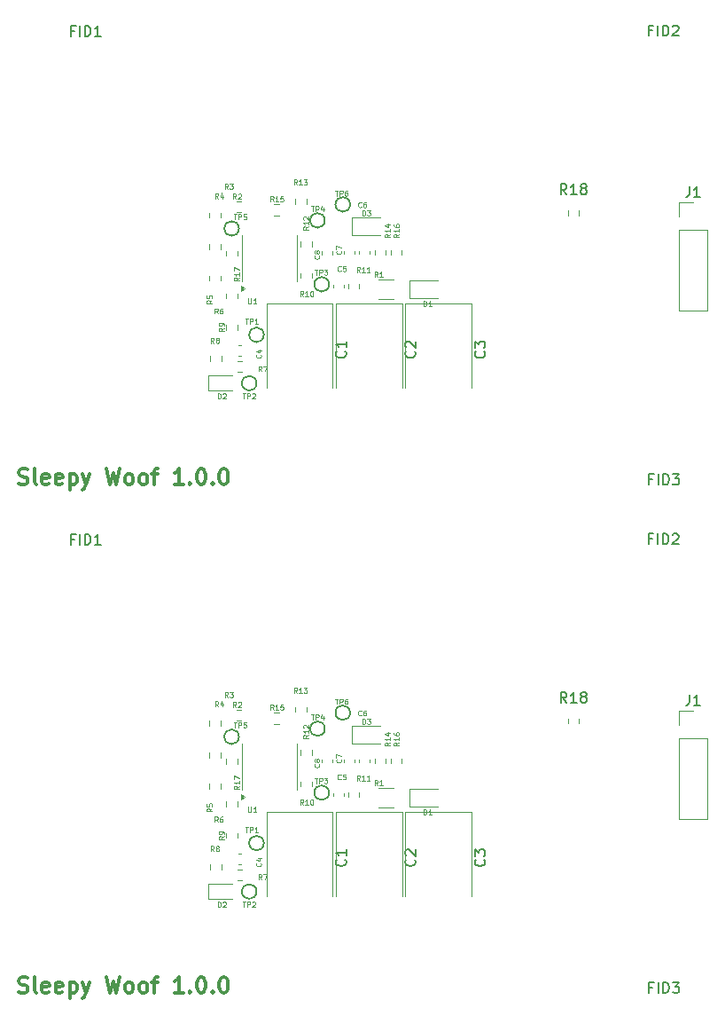
<source format=gbr>
%TF.GenerationSoftware,KiCad,Pcbnew,8.0.4*%
%TF.CreationDate,2024-08-14T23:56:45-07:00*%
%TF.ProjectId,SleepyWoof_panelized,536c6565-7079-4576-9f6f-665f70616e65,rev?*%
%TF.SameCoordinates,Original*%
%TF.FileFunction,Legend,Top*%
%TF.FilePolarity,Positive*%
%FSLAX46Y46*%
G04 Gerber Fmt 4.6, Leading zero omitted, Abs format (unit mm)*
G04 Created by KiCad (PCBNEW 8.0.4) date 2024-08-14 23:56:45*
%MOMM*%
%LPD*%
G01*
G04 APERTURE LIST*
%ADD10C,0.300000*%
%ADD11C,0.125000*%
%ADD12C,0.150000*%
%ADD13C,0.127000*%
%ADD14C,0.120000*%
G04 APERTURE END LIST*
D10*
X148073082Y-74989400D02*
X148287368Y-75060828D01*
X148287368Y-75060828D02*
X148644510Y-75060828D01*
X148644510Y-75060828D02*
X148787368Y-74989400D01*
X148787368Y-74989400D02*
X148858796Y-74917971D01*
X148858796Y-74917971D02*
X148930225Y-74775114D01*
X148930225Y-74775114D02*
X148930225Y-74632257D01*
X148930225Y-74632257D02*
X148858796Y-74489400D01*
X148858796Y-74489400D02*
X148787368Y-74417971D01*
X148787368Y-74417971D02*
X148644510Y-74346542D01*
X148644510Y-74346542D02*
X148358796Y-74275114D01*
X148358796Y-74275114D02*
X148215939Y-74203685D01*
X148215939Y-74203685D02*
X148144510Y-74132257D01*
X148144510Y-74132257D02*
X148073082Y-73989400D01*
X148073082Y-73989400D02*
X148073082Y-73846542D01*
X148073082Y-73846542D02*
X148144510Y-73703685D01*
X148144510Y-73703685D02*
X148215939Y-73632257D01*
X148215939Y-73632257D02*
X148358796Y-73560828D01*
X148358796Y-73560828D02*
X148715939Y-73560828D01*
X148715939Y-73560828D02*
X148930225Y-73632257D01*
X149787367Y-75060828D02*
X149644510Y-74989400D01*
X149644510Y-74989400D02*
X149573081Y-74846542D01*
X149573081Y-74846542D02*
X149573081Y-73560828D01*
X150930224Y-74989400D02*
X150787367Y-75060828D01*
X150787367Y-75060828D02*
X150501653Y-75060828D01*
X150501653Y-75060828D02*
X150358795Y-74989400D01*
X150358795Y-74989400D02*
X150287367Y-74846542D01*
X150287367Y-74846542D02*
X150287367Y-74275114D01*
X150287367Y-74275114D02*
X150358795Y-74132257D01*
X150358795Y-74132257D02*
X150501653Y-74060828D01*
X150501653Y-74060828D02*
X150787367Y-74060828D01*
X150787367Y-74060828D02*
X150930224Y-74132257D01*
X150930224Y-74132257D02*
X151001653Y-74275114D01*
X151001653Y-74275114D02*
X151001653Y-74417971D01*
X151001653Y-74417971D02*
X150287367Y-74560828D01*
X152215938Y-74989400D02*
X152073081Y-75060828D01*
X152073081Y-75060828D02*
X151787367Y-75060828D01*
X151787367Y-75060828D02*
X151644509Y-74989400D01*
X151644509Y-74989400D02*
X151573081Y-74846542D01*
X151573081Y-74846542D02*
X151573081Y-74275114D01*
X151573081Y-74275114D02*
X151644509Y-74132257D01*
X151644509Y-74132257D02*
X151787367Y-74060828D01*
X151787367Y-74060828D02*
X152073081Y-74060828D01*
X152073081Y-74060828D02*
X152215938Y-74132257D01*
X152215938Y-74132257D02*
X152287367Y-74275114D01*
X152287367Y-74275114D02*
X152287367Y-74417971D01*
X152287367Y-74417971D02*
X151573081Y-74560828D01*
X152930223Y-74060828D02*
X152930223Y-75560828D01*
X152930223Y-74132257D02*
X153073081Y-74060828D01*
X153073081Y-74060828D02*
X153358795Y-74060828D01*
X153358795Y-74060828D02*
X153501652Y-74132257D01*
X153501652Y-74132257D02*
X153573081Y-74203685D01*
X153573081Y-74203685D02*
X153644509Y-74346542D01*
X153644509Y-74346542D02*
X153644509Y-74775114D01*
X153644509Y-74775114D02*
X153573081Y-74917971D01*
X153573081Y-74917971D02*
X153501652Y-74989400D01*
X153501652Y-74989400D02*
X153358795Y-75060828D01*
X153358795Y-75060828D02*
X153073081Y-75060828D01*
X153073081Y-75060828D02*
X152930223Y-74989400D01*
X154144509Y-74060828D02*
X154501652Y-75060828D01*
X154858795Y-74060828D02*
X154501652Y-75060828D01*
X154501652Y-75060828D02*
X154358795Y-75417971D01*
X154358795Y-75417971D02*
X154287366Y-75489400D01*
X154287366Y-75489400D02*
X154144509Y-75560828D01*
X156430223Y-73560828D02*
X156787366Y-75060828D01*
X156787366Y-75060828D02*
X157073080Y-73989400D01*
X157073080Y-73989400D02*
X157358795Y-75060828D01*
X157358795Y-75060828D02*
X157715938Y-73560828D01*
X158501652Y-75060828D02*
X158358795Y-74989400D01*
X158358795Y-74989400D02*
X158287366Y-74917971D01*
X158287366Y-74917971D02*
X158215938Y-74775114D01*
X158215938Y-74775114D02*
X158215938Y-74346542D01*
X158215938Y-74346542D02*
X158287366Y-74203685D01*
X158287366Y-74203685D02*
X158358795Y-74132257D01*
X158358795Y-74132257D02*
X158501652Y-74060828D01*
X158501652Y-74060828D02*
X158715938Y-74060828D01*
X158715938Y-74060828D02*
X158858795Y-74132257D01*
X158858795Y-74132257D02*
X158930224Y-74203685D01*
X158930224Y-74203685D02*
X159001652Y-74346542D01*
X159001652Y-74346542D02*
X159001652Y-74775114D01*
X159001652Y-74775114D02*
X158930224Y-74917971D01*
X158930224Y-74917971D02*
X158858795Y-74989400D01*
X158858795Y-74989400D02*
X158715938Y-75060828D01*
X158715938Y-75060828D02*
X158501652Y-75060828D01*
X159858795Y-75060828D02*
X159715938Y-74989400D01*
X159715938Y-74989400D02*
X159644509Y-74917971D01*
X159644509Y-74917971D02*
X159573081Y-74775114D01*
X159573081Y-74775114D02*
X159573081Y-74346542D01*
X159573081Y-74346542D02*
X159644509Y-74203685D01*
X159644509Y-74203685D02*
X159715938Y-74132257D01*
X159715938Y-74132257D02*
X159858795Y-74060828D01*
X159858795Y-74060828D02*
X160073081Y-74060828D01*
X160073081Y-74060828D02*
X160215938Y-74132257D01*
X160215938Y-74132257D02*
X160287367Y-74203685D01*
X160287367Y-74203685D02*
X160358795Y-74346542D01*
X160358795Y-74346542D02*
X160358795Y-74775114D01*
X160358795Y-74775114D02*
X160287367Y-74917971D01*
X160287367Y-74917971D02*
X160215938Y-74989400D01*
X160215938Y-74989400D02*
X160073081Y-75060828D01*
X160073081Y-75060828D02*
X159858795Y-75060828D01*
X160787367Y-74060828D02*
X161358795Y-74060828D01*
X161001652Y-75060828D02*
X161001652Y-73775114D01*
X161001652Y-73775114D02*
X161073081Y-73632257D01*
X161073081Y-73632257D02*
X161215938Y-73560828D01*
X161215938Y-73560828D02*
X161358795Y-73560828D01*
X163787367Y-75060828D02*
X162930224Y-75060828D01*
X163358795Y-75060828D02*
X163358795Y-73560828D01*
X163358795Y-73560828D02*
X163215938Y-73775114D01*
X163215938Y-73775114D02*
X163073081Y-73917971D01*
X163073081Y-73917971D02*
X162930224Y-73989400D01*
X164430223Y-74917971D02*
X164501652Y-74989400D01*
X164501652Y-74989400D02*
X164430223Y-75060828D01*
X164430223Y-75060828D02*
X164358795Y-74989400D01*
X164358795Y-74989400D02*
X164430223Y-74917971D01*
X164430223Y-74917971D02*
X164430223Y-75060828D01*
X165430224Y-73560828D02*
X165573081Y-73560828D01*
X165573081Y-73560828D02*
X165715938Y-73632257D01*
X165715938Y-73632257D02*
X165787367Y-73703685D01*
X165787367Y-73703685D02*
X165858795Y-73846542D01*
X165858795Y-73846542D02*
X165930224Y-74132257D01*
X165930224Y-74132257D02*
X165930224Y-74489400D01*
X165930224Y-74489400D02*
X165858795Y-74775114D01*
X165858795Y-74775114D02*
X165787367Y-74917971D01*
X165787367Y-74917971D02*
X165715938Y-74989400D01*
X165715938Y-74989400D02*
X165573081Y-75060828D01*
X165573081Y-75060828D02*
X165430224Y-75060828D01*
X165430224Y-75060828D02*
X165287367Y-74989400D01*
X165287367Y-74989400D02*
X165215938Y-74917971D01*
X165215938Y-74917971D02*
X165144509Y-74775114D01*
X165144509Y-74775114D02*
X165073081Y-74489400D01*
X165073081Y-74489400D02*
X165073081Y-74132257D01*
X165073081Y-74132257D02*
X165144509Y-73846542D01*
X165144509Y-73846542D02*
X165215938Y-73703685D01*
X165215938Y-73703685D02*
X165287367Y-73632257D01*
X165287367Y-73632257D02*
X165430224Y-73560828D01*
X166573080Y-74917971D02*
X166644509Y-74989400D01*
X166644509Y-74989400D02*
X166573080Y-75060828D01*
X166573080Y-75060828D02*
X166501652Y-74989400D01*
X166501652Y-74989400D02*
X166573080Y-74917971D01*
X166573080Y-74917971D02*
X166573080Y-75060828D01*
X167573081Y-73560828D02*
X167715938Y-73560828D01*
X167715938Y-73560828D02*
X167858795Y-73632257D01*
X167858795Y-73632257D02*
X167930224Y-73703685D01*
X167930224Y-73703685D02*
X168001652Y-73846542D01*
X168001652Y-73846542D02*
X168073081Y-74132257D01*
X168073081Y-74132257D02*
X168073081Y-74489400D01*
X168073081Y-74489400D02*
X168001652Y-74775114D01*
X168001652Y-74775114D02*
X167930224Y-74917971D01*
X167930224Y-74917971D02*
X167858795Y-74989400D01*
X167858795Y-74989400D02*
X167715938Y-75060828D01*
X167715938Y-75060828D02*
X167573081Y-75060828D01*
X167573081Y-75060828D02*
X167430224Y-74989400D01*
X167430224Y-74989400D02*
X167358795Y-74917971D01*
X167358795Y-74917971D02*
X167287366Y-74775114D01*
X167287366Y-74775114D02*
X167215938Y-74489400D01*
X167215938Y-74489400D02*
X167215938Y-74132257D01*
X167215938Y-74132257D02*
X167287366Y-73846542D01*
X167287366Y-73846542D02*
X167358795Y-73703685D01*
X167358795Y-73703685D02*
X167430224Y-73632257D01*
X167430224Y-73632257D02*
X167573081Y-73560828D01*
X148073082Y-123489400D02*
X148287368Y-123560828D01*
X148287368Y-123560828D02*
X148644510Y-123560828D01*
X148644510Y-123560828D02*
X148787368Y-123489400D01*
X148787368Y-123489400D02*
X148858796Y-123417971D01*
X148858796Y-123417971D02*
X148930225Y-123275114D01*
X148930225Y-123275114D02*
X148930225Y-123132257D01*
X148930225Y-123132257D02*
X148858796Y-122989400D01*
X148858796Y-122989400D02*
X148787368Y-122917971D01*
X148787368Y-122917971D02*
X148644510Y-122846542D01*
X148644510Y-122846542D02*
X148358796Y-122775114D01*
X148358796Y-122775114D02*
X148215939Y-122703685D01*
X148215939Y-122703685D02*
X148144510Y-122632257D01*
X148144510Y-122632257D02*
X148073082Y-122489400D01*
X148073082Y-122489400D02*
X148073082Y-122346542D01*
X148073082Y-122346542D02*
X148144510Y-122203685D01*
X148144510Y-122203685D02*
X148215939Y-122132257D01*
X148215939Y-122132257D02*
X148358796Y-122060828D01*
X148358796Y-122060828D02*
X148715939Y-122060828D01*
X148715939Y-122060828D02*
X148930225Y-122132257D01*
X149787367Y-123560828D02*
X149644510Y-123489400D01*
X149644510Y-123489400D02*
X149573081Y-123346542D01*
X149573081Y-123346542D02*
X149573081Y-122060828D01*
X150930224Y-123489400D02*
X150787367Y-123560828D01*
X150787367Y-123560828D02*
X150501653Y-123560828D01*
X150501653Y-123560828D02*
X150358795Y-123489400D01*
X150358795Y-123489400D02*
X150287367Y-123346542D01*
X150287367Y-123346542D02*
X150287367Y-122775114D01*
X150287367Y-122775114D02*
X150358795Y-122632257D01*
X150358795Y-122632257D02*
X150501653Y-122560828D01*
X150501653Y-122560828D02*
X150787367Y-122560828D01*
X150787367Y-122560828D02*
X150930224Y-122632257D01*
X150930224Y-122632257D02*
X151001653Y-122775114D01*
X151001653Y-122775114D02*
X151001653Y-122917971D01*
X151001653Y-122917971D02*
X150287367Y-123060828D01*
X152215938Y-123489400D02*
X152073081Y-123560828D01*
X152073081Y-123560828D02*
X151787367Y-123560828D01*
X151787367Y-123560828D02*
X151644509Y-123489400D01*
X151644509Y-123489400D02*
X151573081Y-123346542D01*
X151573081Y-123346542D02*
X151573081Y-122775114D01*
X151573081Y-122775114D02*
X151644509Y-122632257D01*
X151644509Y-122632257D02*
X151787367Y-122560828D01*
X151787367Y-122560828D02*
X152073081Y-122560828D01*
X152073081Y-122560828D02*
X152215938Y-122632257D01*
X152215938Y-122632257D02*
X152287367Y-122775114D01*
X152287367Y-122775114D02*
X152287367Y-122917971D01*
X152287367Y-122917971D02*
X151573081Y-123060828D01*
X152930223Y-122560828D02*
X152930223Y-124060828D01*
X152930223Y-122632257D02*
X153073081Y-122560828D01*
X153073081Y-122560828D02*
X153358795Y-122560828D01*
X153358795Y-122560828D02*
X153501652Y-122632257D01*
X153501652Y-122632257D02*
X153573081Y-122703685D01*
X153573081Y-122703685D02*
X153644509Y-122846542D01*
X153644509Y-122846542D02*
X153644509Y-123275114D01*
X153644509Y-123275114D02*
X153573081Y-123417971D01*
X153573081Y-123417971D02*
X153501652Y-123489400D01*
X153501652Y-123489400D02*
X153358795Y-123560828D01*
X153358795Y-123560828D02*
X153073081Y-123560828D01*
X153073081Y-123560828D02*
X152930223Y-123489400D01*
X154144509Y-122560828D02*
X154501652Y-123560828D01*
X154858795Y-122560828D02*
X154501652Y-123560828D01*
X154501652Y-123560828D02*
X154358795Y-123917971D01*
X154358795Y-123917971D02*
X154287366Y-123989400D01*
X154287366Y-123989400D02*
X154144509Y-124060828D01*
X156430223Y-122060828D02*
X156787366Y-123560828D01*
X156787366Y-123560828D02*
X157073080Y-122489400D01*
X157073080Y-122489400D02*
X157358795Y-123560828D01*
X157358795Y-123560828D02*
X157715938Y-122060828D01*
X158501652Y-123560828D02*
X158358795Y-123489400D01*
X158358795Y-123489400D02*
X158287366Y-123417971D01*
X158287366Y-123417971D02*
X158215938Y-123275114D01*
X158215938Y-123275114D02*
X158215938Y-122846542D01*
X158215938Y-122846542D02*
X158287366Y-122703685D01*
X158287366Y-122703685D02*
X158358795Y-122632257D01*
X158358795Y-122632257D02*
X158501652Y-122560828D01*
X158501652Y-122560828D02*
X158715938Y-122560828D01*
X158715938Y-122560828D02*
X158858795Y-122632257D01*
X158858795Y-122632257D02*
X158930224Y-122703685D01*
X158930224Y-122703685D02*
X159001652Y-122846542D01*
X159001652Y-122846542D02*
X159001652Y-123275114D01*
X159001652Y-123275114D02*
X158930224Y-123417971D01*
X158930224Y-123417971D02*
X158858795Y-123489400D01*
X158858795Y-123489400D02*
X158715938Y-123560828D01*
X158715938Y-123560828D02*
X158501652Y-123560828D01*
X159858795Y-123560828D02*
X159715938Y-123489400D01*
X159715938Y-123489400D02*
X159644509Y-123417971D01*
X159644509Y-123417971D02*
X159573081Y-123275114D01*
X159573081Y-123275114D02*
X159573081Y-122846542D01*
X159573081Y-122846542D02*
X159644509Y-122703685D01*
X159644509Y-122703685D02*
X159715938Y-122632257D01*
X159715938Y-122632257D02*
X159858795Y-122560828D01*
X159858795Y-122560828D02*
X160073081Y-122560828D01*
X160073081Y-122560828D02*
X160215938Y-122632257D01*
X160215938Y-122632257D02*
X160287367Y-122703685D01*
X160287367Y-122703685D02*
X160358795Y-122846542D01*
X160358795Y-122846542D02*
X160358795Y-123275114D01*
X160358795Y-123275114D02*
X160287367Y-123417971D01*
X160287367Y-123417971D02*
X160215938Y-123489400D01*
X160215938Y-123489400D02*
X160073081Y-123560828D01*
X160073081Y-123560828D02*
X159858795Y-123560828D01*
X160787367Y-122560828D02*
X161358795Y-122560828D01*
X161001652Y-123560828D02*
X161001652Y-122275114D01*
X161001652Y-122275114D02*
X161073081Y-122132257D01*
X161073081Y-122132257D02*
X161215938Y-122060828D01*
X161215938Y-122060828D02*
X161358795Y-122060828D01*
X163787367Y-123560828D02*
X162930224Y-123560828D01*
X163358795Y-123560828D02*
X163358795Y-122060828D01*
X163358795Y-122060828D02*
X163215938Y-122275114D01*
X163215938Y-122275114D02*
X163073081Y-122417971D01*
X163073081Y-122417971D02*
X162930224Y-122489400D01*
X164430223Y-123417971D02*
X164501652Y-123489400D01*
X164501652Y-123489400D02*
X164430223Y-123560828D01*
X164430223Y-123560828D02*
X164358795Y-123489400D01*
X164358795Y-123489400D02*
X164430223Y-123417971D01*
X164430223Y-123417971D02*
X164430223Y-123560828D01*
X165430224Y-122060828D02*
X165573081Y-122060828D01*
X165573081Y-122060828D02*
X165715938Y-122132257D01*
X165715938Y-122132257D02*
X165787367Y-122203685D01*
X165787367Y-122203685D02*
X165858795Y-122346542D01*
X165858795Y-122346542D02*
X165930224Y-122632257D01*
X165930224Y-122632257D02*
X165930224Y-122989400D01*
X165930224Y-122989400D02*
X165858795Y-123275114D01*
X165858795Y-123275114D02*
X165787367Y-123417971D01*
X165787367Y-123417971D02*
X165715938Y-123489400D01*
X165715938Y-123489400D02*
X165573081Y-123560828D01*
X165573081Y-123560828D02*
X165430224Y-123560828D01*
X165430224Y-123560828D02*
X165287367Y-123489400D01*
X165287367Y-123489400D02*
X165215938Y-123417971D01*
X165215938Y-123417971D02*
X165144509Y-123275114D01*
X165144509Y-123275114D02*
X165073081Y-122989400D01*
X165073081Y-122989400D02*
X165073081Y-122632257D01*
X165073081Y-122632257D02*
X165144509Y-122346542D01*
X165144509Y-122346542D02*
X165215938Y-122203685D01*
X165215938Y-122203685D02*
X165287367Y-122132257D01*
X165287367Y-122132257D02*
X165430224Y-122060828D01*
X166573080Y-123417971D02*
X166644509Y-123489400D01*
X166644509Y-123489400D02*
X166573080Y-123560828D01*
X166573080Y-123560828D02*
X166501652Y-123489400D01*
X166501652Y-123489400D02*
X166573080Y-123417971D01*
X166573080Y-123417971D02*
X166573080Y-123560828D01*
X167573081Y-122060828D02*
X167715938Y-122060828D01*
X167715938Y-122060828D02*
X167858795Y-122132257D01*
X167858795Y-122132257D02*
X167930224Y-122203685D01*
X167930224Y-122203685D02*
X168001652Y-122346542D01*
X168001652Y-122346542D02*
X168073081Y-122632257D01*
X168073081Y-122632257D02*
X168073081Y-122989400D01*
X168073081Y-122989400D02*
X168001652Y-123275114D01*
X168001652Y-123275114D02*
X167930224Y-123417971D01*
X167930224Y-123417971D02*
X167858795Y-123489400D01*
X167858795Y-123489400D02*
X167715938Y-123560828D01*
X167715938Y-123560828D02*
X167573081Y-123560828D01*
X167573081Y-123560828D02*
X167430224Y-123489400D01*
X167430224Y-123489400D02*
X167358795Y-123417971D01*
X167358795Y-123417971D02*
X167287366Y-123275114D01*
X167287366Y-123275114D02*
X167215938Y-122989400D01*
X167215938Y-122989400D02*
X167215938Y-122632257D01*
X167215938Y-122632257D02*
X167287366Y-122346542D01*
X167287366Y-122346542D02*
X167358795Y-122203685D01*
X167358795Y-122203685D02*
X167430224Y-122132257D01*
X167430224Y-122132257D02*
X167573081Y-122060828D01*
D11*
X169699048Y-59229809D02*
X169984762Y-59229809D01*
X169841905Y-59729809D02*
X169841905Y-59229809D01*
X170151428Y-59729809D02*
X170151428Y-59229809D01*
X170151428Y-59229809D02*
X170341904Y-59229809D01*
X170341904Y-59229809D02*
X170389523Y-59253619D01*
X170389523Y-59253619D02*
X170413333Y-59277428D01*
X170413333Y-59277428D02*
X170437142Y-59325047D01*
X170437142Y-59325047D02*
X170437142Y-59396476D01*
X170437142Y-59396476D02*
X170413333Y-59444095D01*
X170413333Y-59444095D02*
X170389523Y-59467904D01*
X170389523Y-59467904D02*
X170341904Y-59491714D01*
X170341904Y-59491714D02*
X170151428Y-59491714D01*
X170913333Y-59729809D02*
X170627619Y-59729809D01*
X170770476Y-59729809D02*
X170770476Y-59229809D01*
X170770476Y-59229809D02*
X170722857Y-59301238D01*
X170722857Y-59301238D02*
X170675238Y-59348857D01*
X170675238Y-59348857D02*
X170627619Y-59372666D01*
X178834166Y-54662190D02*
X178810357Y-54686000D01*
X178810357Y-54686000D02*
X178738928Y-54709809D01*
X178738928Y-54709809D02*
X178691309Y-54709809D01*
X178691309Y-54709809D02*
X178619881Y-54686000D01*
X178619881Y-54686000D02*
X178572262Y-54638380D01*
X178572262Y-54638380D02*
X178548452Y-54590761D01*
X178548452Y-54590761D02*
X178524643Y-54495523D01*
X178524643Y-54495523D02*
X178524643Y-54424095D01*
X178524643Y-54424095D02*
X178548452Y-54328857D01*
X178548452Y-54328857D02*
X178572262Y-54281238D01*
X178572262Y-54281238D02*
X178619881Y-54233619D01*
X178619881Y-54233619D02*
X178691309Y-54209809D01*
X178691309Y-54209809D02*
X178738928Y-54209809D01*
X178738928Y-54209809D02*
X178810357Y-54233619D01*
X178810357Y-54233619D02*
X178834166Y-54257428D01*
X179286547Y-54209809D02*
X179048452Y-54209809D01*
X179048452Y-54209809D02*
X179024643Y-54447904D01*
X179024643Y-54447904D02*
X179048452Y-54424095D01*
X179048452Y-54424095D02*
X179096071Y-54400285D01*
X179096071Y-54400285D02*
X179215119Y-54400285D01*
X179215119Y-54400285D02*
X179262738Y-54424095D01*
X179262738Y-54424095D02*
X179286547Y-54447904D01*
X179286547Y-54447904D02*
X179310357Y-54495523D01*
X179310357Y-54495523D02*
X179310357Y-54614571D01*
X179310357Y-54614571D02*
X179286547Y-54662190D01*
X179286547Y-54662190D02*
X179262738Y-54686000D01*
X179262738Y-54686000D02*
X179215119Y-54709809D01*
X179215119Y-54709809D02*
X179096071Y-54709809D01*
X179096071Y-54709809D02*
X179048452Y-54686000D01*
X179048452Y-54686000D02*
X179024643Y-54662190D01*
D12*
X200407142Y-47384819D02*
X200073809Y-46908628D01*
X199835714Y-47384819D02*
X199835714Y-46384819D01*
X199835714Y-46384819D02*
X200216666Y-46384819D01*
X200216666Y-46384819D02*
X200311904Y-46432438D01*
X200311904Y-46432438D02*
X200359523Y-46480057D01*
X200359523Y-46480057D02*
X200407142Y-46575295D01*
X200407142Y-46575295D02*
X200407142Y-46718152D01*
X200407142Y-46718152D02*
X200359523Y-46813390D01*
X200359523Y-46813390D02*
X200311904Y-46861009D01*
X200311904Y-46861009D02*
X200216666Y-46908628D01*
X200216666Y-46908628D02*
X199835714Y-46908628D01*
X201359523Y-47384819D02*
X200788095Y-47384819D01*
X201073809Y-47384819D02*
X201073809Y-46384819D01*
X201073809Y-46384819D02*
X200978571Y-46527676D01*
X200978571Y-46527676D02*
X200883333Y-46622914D01*
X200883333Y-46622914D02*
X200788095Y-46670533D01*
X201930952Y-46813390D02*
X201835714Y-46765771D01*
X201835714Y-46765771D02*
X201788095Y-46718152D01*
X201788095Y-46718152D02*
X201740476Y-46622914D01*
X201740476Y-46622914D02*
X201740476Y-46575295D01*
X201740476Y-46575295D02*
X201788095Y-46480057D01*
X201788095Y-46480057D02*
X201835714Y-46432438D01*
X201835714Y-46432438D02*
X201930952Y-46384819D01*
X201930952Y-46384819D02*
X202121428Y-46384819D01*
X202121428Y-46384819D02*
X202216666Y-46432438D01*
X202216666Y-46432438D02*
X202264285Y-46480057D01*
X202264285Y-46480057D02*
X202311904Y-46575295D01*
X202311904Y-46575295D02*
X202311904Y-46622914D01*
X202311904Y-46622914D02*
X202264285Y-46718152D01*
X202264285Y-46718152D02*
X202216666Y-46765771D01*
X202216666Y-46765771D02*
X202121428Y-46813390D01*
X202121428Y-46813390D02*
X201930952Y-46813390D01*
X201930952Y-46813390D02*
X201835714Y-46861009D01*
X201835714Y-46861009D02*
X201788095Y-46908628D01*
X201788095Y-46908628D02*
X201740476Y-47003866D01*
X201740476Y-47003866D02*
X201740476Y-47194342D01*
X201740476Y-47194342D02*
X201788095Y-47289580D01*
X201788095Y-47289580D02*
X201835714Y-47337200D01*
X201835714Y-47337200D02*
X201930952Y-47384819D01*
X201930952Y-47384819D02*
X202121428Y-47384819D01*
X202121428Y-47384819D02*
X202216666Y-47337200D01*
X202216666Y-47337200D02*
X202264285Y-47289580D01*
X202264285Y-47289580D02*
X202311904Y-47194342D01*
X202311904Y-47194342D02*
X202311904Y-47003866D01*
X202311904Y-47003866D02*
X202264285Y-46908628D01*
X202264285Y-46908628D02*
X202216666Y-46861009D01*
X202216666Y-46861009D02*
X202121428Y-46813390D01*
D11*
X171271666Y-64262309D02*
X171105000Y-64024214D01*
X170985952Y-64262309D02*
X170985952Y-63762309D01*
X170985952Y-63762309D02*
X171176428Y-63762309D01*
X171176428Y-63762309D02*
X171224047Y-63786119D01*
X171224047Y-63786119D02*
X171247857Y-63809928D01*
X171247857Y-63809928D02*
X171271666Y-63857547D01*
X171271666Y-63857547D02*
X171271666Y-63928976D01*
X171271666Y-63928976D02*
X171247857Y-63976595D01*
X171247857Y-63976595D02*
X171224047Y-64000404D01*
X171224047Y-64000404D02*
X171176428Y-64024214D01*
X171176428Y-64024214D02*
X170985952Y-64024214D01*
X171438333Y-63762309D02*
X171771666Y-63762309D01*
X171771666Y-63762309D02*
X171557381Y-64262309D01*
X168034166Y-46859809D02*
X167867500Y-46621714D01*
X167748452Y-46859809D02*
X167748452Y-46359809D01*
X167748452Y-46359809D02*
X167938928Y-46359809D01*
X167938928Y-46359809D02*
X167986547Y-46383619D01*
X167986547Y-46383619D02*
X168010357Y-46407428D01*
X168010357Y-46407428D02*
X168034166Y-46455047D01*
X168034166Y-46455047D02*
X168034166Y-46526476D01*
X168034166Y-46526476D02*
X168010357Y-46574095D01*
X168010357Y-46574095D02*
X167986547Y-46597904D01*
X167986547Y-46597904D02*
X167938928Y-46621714D01*
X167938928Y-46621714D02*
X167748452Y-46621714D01*
X168200833Y-46359809D02*
X168510357Y-46359809D01*
X168510357Y-46359809D02*
X168343690Y-46550285D01*
X168343690Y-46550285D02*
X168415119Y-46550285D01*
X168415119Y-46550285D02*
X168462738Y-46574095D01*
X168462738Y-46574095D02*
X168486547Y-46597904D01*
X168486547Y-46597904D02*
X168510357Y-46645523D01*
X168510357Y-46645523D02*
X168510357Y-46764571D01*
X168510357Y-46764571D02*
X168486547Y-46812190D01*
X168486547Y-46812190D02*
X168462738Y-46836000D01*
X168462738Y-46836000D02*
X168415119Y-46859809D01*
X168415119Y-46859809D02*
X168272262Y-46859809D01*
X168272262Y-46859809D02*
X168224643Y-46836000D01*
X168224643Y-46836000D02*
X168200833Y-46812190D01*
D12*
X179249580Y-62339166D02*
X179297200Y-62386785D01*
X179297200Y-62386785D02*
X179344819Y-62529642D01*
X179344819Y-62529642D02*
X179344819Y-62624880D01*
X179344819Y-62624880D02*
X179297200Y-62767737D01*
X179297200Y-62767737D02*
X179201961Y-62862975D01*
X179201961Y-62862975D02*
X179106723Y-62910594D01*
X179106723Y-62910594D02*
X178916247Y-62958213D01*
X178916247Y-62958213D02*
X178773390Y-62958213D01*
X178773390Y-62958213D02*
X178582914Y-62910594D01*
X178582914Y-62910594D02*
X178487676Y-62862975D01*
X178487676Y-62862975D02*
X178392438Y-62767737D01*
X178392438Y-62767737D02*
X178344819Y-62624880D01*
X178344819Y-62624880D02*
X178344819Y-62529642D01*
X178344819Y-62529642D02*
X178392438Y-62386785D01*
X178392438Y-62386785D02*
X178440057Y-62339166D01*
X179344819Y-61386785D02*
X179344819Y-61958213D01*
X179344819Y-61672499D02*
X178344819Y-61672499D01*
X178344819Y-61672499D02*
X178487676Y-61767737D01*
X178487676Y-61767737D02*
X178582914Y-61862975D01*
X178582914Y-61862975D02*
X178630533Y-61958213D01*
D11*
X172396071Y-48059809D02*
X172229405Y-47821714D01*
X172110357Y-48059809D02*
X172110357Y-47559809D01*
X172110357Y-47559809D02*
X172300833Y-47559809D01*
X172300833Y-47559809D02*
X172348452Y-47583619D01*
X172348452Y-47583619D02*
X172372262Y-47607428D01*
X172372262Y-47607428D02*
X172396071Y-47655047D01*
X172396071Y-47655047D02*
X172396071Y-47726476D01*
X172396071Y-47726476D02*
X172372262Y-47774095D01*
X172372262Y-47774095D02*
X172348452Y-47797904D01*
X172348452Y-47797904D02*
X172300833Y-47821714D01*
X172300833Y-47821714D02*
X172110357Y-47821714D01*
X172872262Y-48059809D02*
X172586548Y-48059809D01*
X172729405Y-48059809D02*
X172729405Y-47559809D01*
X172729405Y-47559809D02*
X172681786Y-47631238D01*
X172681786Y-47631238D02*
X172634167Y-47678857D01*
X172634167Y-47678857D02*
X172586548Y-47702666D01*
X173324642Y-47559809D02*
X173086547Y-47559809D01*
X173086547Y-47559809D02*
X173062738Y-47797904D01*
X173062738Y-47797904D02*
X173086547Y-47774095D01*
X173086547Y-47774095D02*
X173134166Y-47750285D01*
X173134166Y-47750285D02*
X173253214Y-47750285D01*
X173253214Y-47750285D02*
X173300833Y-47774095D01*
X173300833Y-47774095D02*
X173324642Y-47797904D01*
X173324642Y-47797904D02*
X173348452Y-47845523D01*
X173348452Y-47845523D02*
X173348452Y-47964571D01*
X173348452Y-47964571D02*
X173324642Y-48012190D01*
X173324642Y-48012190D02*
X173300833Y-48036000D01*
X173300833Y-48036000D02*
X173253214Y-48059809D01*
X173253214Y-48059809D02*
X173134166Y-48059809D01*
X173134166Y-48059809D02*
X173086547Y-48036000D01*
X173086547Y-48036000D02*
X173062738Y-48012190D01*
X171182190Y-62670833D02*
X171206000Y-62694642D01*
X171206000Y-62694642D02*
X171229809Y-62766071D01*
X171229809Y-62766071D02*
X171229809Y-62813690D01*
X171229809Y-62813690D02*
X171206000Y-62885118D01*
X171206000Y-62885118D02*
X171158380Y-62932737D01*
X171158380Y-62932737D02*
X171110761Y-62956547D01*
X171110761Y-62956547D02*
X171015523Y-62980356D01*
X171015523Y-62980356D02*
X170944095Y-62980356D01*
X170944095Y-62980356D02*
X170848857Y-62956547D01*
X170848857Y-62956547D02*
X170801238Y-62932737D01*
X170801238Y-62932737D02*
X170753619Y-62885118D01*
X170753619Y-62885118D02*
X170729809Y-62813690D01*
X170729809Y-62813690D02*
X170729809Y-62766071D01*
X170729809Y-62766071D02*
X170753619Y-62694642D01*
X170753619Y-62694642D02*
X170777428Y-62670833D01*
X170896476Y-62242261D02*
X171229809Y-62242261D01*
X170706000Y-62361309D02*
X171063142Y-62480356D01*
X171063142Y-62480356D02*
X171063142Y-62170833D01*
X167134166Y-47759809D02*
X166967500Y-47521714D01*
X166848452Y-47759809D02*
X166848452Y-47259809D01*
X166848452Y-47259809D02*
X167038928Y-47259809D01*
X167038928Y-47259809D02*
X167086547Y-47283619D01*
X167086547Y-47283619D02*
X167110357Y-47307428D01*
X167110357Y-47307428D02*
X167134166Y-47355047D01*
X167134166Y-47355047D02*
X167134166Y-47426476D01*
X167134166Y-47426476D02*
X167110357Y-47474095D01*
X167110357Y-47474095D02*
X167086547Y-47497904D01*
X167086547Y-47497904D02*
X167038928Y-47521714D01*
X167038928Y-47521714D02*
X166848452Y-47521714D01*
X167562738Y-47426476D02*
X167562738Y-47759809D01*
X167443690Y-47236000D02*
X167324643Y-47593142D01*
X167324643Y-47593142D02*
X167634166Y-47593142D01*
X175986548Y-48509809D02*
X176272262Y-48509809D01*
X176129405Y-49009809D02*
X176129405Y-48509809D01*
X176438928Y-49009809D02*
X176438928Y-48509809D01*
X176438928Y-48509809D02*
X176629404Y-48509809D01*
X176629404Y-48509809D02*
X176677023Y-48533619D01*
X176677023Y-48533619D02*
X176700833Y-48557428D01*
X176700833Y-48557428D02*
X176724642Y-48605047D01*
X176724642Y-48605047D02*
X176724642Y-48676476D01*
X176724642Y-48676476D02*
X176700833Y-48724095D01*
X176700833Y-48724095D02*
X176677023Y-48747904D01*
X176677023Y-48747904D02*
X176629404Y-48771714D01*
X176629404Y-48771714D02*
X176438928Y-48771714D01*
X177153214Y-48676476D02*
X177153214Y-49009809D01*
X177034166Y-48486000D02*
X176915119Y-48843142D01*
X176915119Y-48843142D02*
X177224642Y-48843142D01*
X166704166Y-61557309D02*
X166537500Y-61319214D01*
X166418452Y-61557309D02*
X166418452Y-61057309D01*
X166418452Y-61057309D02*
X166608928Y-61057309D01*
X166608928Y-61057309D02*
X166656547Y-61081119D01*
X166656547Y-61081119D02*
X166680357Y-61104928D01*
X166680357Y-61104928D02*
X166704166Y-61152547D01*
X166704166Y-61152547D02*
X166704166Y-61223976D01*
X166704166Y-61223976D02*
X166680357Y-61271595D01*
X166680357Y-61271595D02*
X166656547Y-61295404D01*
X166656547Y-61295404D02*
X166608928Y-61319214D01*
X166608928Y-61319214D02*
X166418452Y-61319214D01*
X166989881Y-61271595D02*
X166942262Y-61247785D01*
X166942262Y-61247785D02*
X166918452Y-61223976D01*
X166918452Y-61223976D02*
X166894643Y-61176357D01*
X166894643Y-61176357D02*
X166894643Y-61152547D01*
X166894643Y-61152547D02*
X166918452Y-61104928D01*
X166918452Y-61104928D02*
X166942262Y-61081119D01*
X166942262Y-61081119D02*
X166989881Y-61057309D01*
X166989881Y-61057309D02*
X167085119Y-61057309D01*
X167085119Y-61057309D02*
X167132738Y-61081119D01*
X167132738Y-61081119D02*
X167156547Y-61104928D01*
X167156547Y-61104928D02*
X167180357Y-61152547D01*
X167180357Y-61152547D02*
X167180357Y-61176357D01*
X167180357Y-61176357D02*
X167156547Y-61223976D01*
X167156547Y-61223976D02*
X167132738Y-61247785D01*
X167132738Y-61247785D02*
X167085119Y-61271595D01*
X167085119Y-61271595D02*
X166989881Y-61271595D01*
X166989881Y-61271595D02*
X166942262Y-61295404D01*
X166942262Y-61295404D02*
X166918452Y-61319214D01*
X166918452Y-61319214D02*
X166894643Y-61366833D01*
X166894643Y-61366833D02*
X166894643Y-61462071D01*
X166894643Y-61462071D02*
X166918452Y-61509690D01*
X166918452Y-61509690D02*
X166942262Y-61533500D01*
X166942262Y-61533500D02*
X166989881Y-61557309D01*
X166989881Y-61557309D02*
X167085119Y-61557309D01*
X167085119Y-61557309D02*
X167132738Y-61533500D01*
X167132738Y-61533500D02*
X167156547Y-61509690D01*
X167156547Y-61509690D02*
X167180357Y-61462071D01*
X167180357Y-61462071D02*
X167180357Y-61366833D01*
X167180357Y-61366833D02*
X167156547Y-61319214D01*
X167156547Y-61319214D02*
X167132738Y-61295404D01*
X167132738Y-61295404D02*
X167085119Y-61271595D01*
X175742309Y-50456428D02*
X175504214Y-50623094D01*
X175742309Y-50742142D02*
X175242309Y-50742142D01*
X175242309Y-50742142D02*
X175242309Y-50551666D01*
X175242309Y-50551666D02*
X175266119Y-50504047D01*
X175266119Y-50504047D02*
X175289928Y-50480237D01*
X175289928Y-50480237D02*
X175337547Y-50456428D01*
X175337547Y-50456428D02*
X175408976Y-50456428D01*
X175408976Y-50456428D02*
X175456595Y-50480237D01*
X175456595Y-50480237D02*
X175480404Y-50504047D01*
X175480404Y-50504047D02*
X175504214Y-50551666D01*
X175504214Y-50551666D02*
X175504214Y-50742142D01*
X175742309Y-49980237D02*
X175742309Y-50265951D01*
X175742309Y-50123094D02*
X175242309Y-50123094D01*
X175242309Y-50123094D02*
X175313738Y-50170713D01*
X175313738Y-50170713D02*
X175361357Y-50218332D01*
X175361357Y-50218332D02*
X175385166Y-50265951D01*
X175289928Y-49789761D02*
X175266119Y-49765952D01*
X175266119Y-49765952D02*
X175242309Y-49718333D01*
X175242309Y-49718333D02*
X175242309Y-49599285D01*
X175242309Y-49599285D02*
X175266119Y-49551666D01*
X175266119Y-49551666D02*
X175289928Y-49527857D01*
X175289928Y-49527857D02*
X175337547Y-49504047D01*
X175337547Y-49504047D02*
X175385166Y-49504047D01*
X175385166Y-49504047D02*
X175456595Y-49527857D01*
X175456595Y-49527857D02*
X175742309Y-49813571D01*
X175742309Y-49813571D02*
X175742309Y-49504047D01*
X180784166Y-48562190D02*
X180760357Y-48586000D01*
X180760357Y-48586000D02*
X180688928Y-48609809D01*
X180688928Y-48609809D02*
X180641309Y-48609809D01*
X180641309Y-48609809D02*
X180569881Y-48586000D01*
X180569881Y-48586000D02*
X180522262Y-48538380D01*
X180522262Y-48538380D02*
X180498452Y-48490761D01*
X180498452Y-48490761D02*
X180474643Y-48395523D01*
X180474643Y-48395523D02*
X180474643Y-48324095D01*
X180474643Y-48324095D02*
X180498452Y-48228857D01*
X180498452Y-48228857D02*
X180522262Y-48181238D01*
X180522262Y-48181238D02*
X180569881Y-48133619D01*
X180569881Y-48133619D02*
X180641309Y-48109809D01*
X180641309Y-48109809D02*
X180688928Y-48109809D01*
X180688928Y-48109809D02*
X180760357Y-48133619D01*
X180760357Y-48133619D02*
X180784166Y-48157428D01*
X181212738Y-48109809D02*
X181117500Y-48109809D01*
X181117500Y-48109809D02*
X181069881Y-48133619D01*
X181069881Y-48133619D02*
X181046071Y-48157428D01*
X181046071Y-48157428D02*
X180998452Y-48228857D01*
X180998452Y-48228857D02*
X180974643Y-48324095D01*
X180974643Y-48324095D02*
X180974643Y-48514571D01*
X180974643Y-48514571D02*
X180998452Y-48562190D01*
X180998452Y-48562190D02*
X181022262Y-48586000D01*
X181022262Y-48586000D02*
X181069881Y-48609809D01*
X181069881Y-48609809D02*
X181165119Y-48609809D01*
X181165119Y-48609809D02*
X181212738Y-48586000D01*
X181212738Y-48586000D02*
X181236547Y-48562190D01*
X181236547Y-48562190D02*
X181260357Y-48514571D01*
X181260357Y-48514571D02*
X181260357Y-48395523D01*
X181260357Y-48395523D02*
X181236547Y-48347904D01*
X181236547Y-48347904D02*
X181212738Y-48324095D01*
X181212738Y-48324095D02*
X181165119Y-48300285D01*
X181165119Y-48300285D02*
X181069881Y-48300285D01*
X181069881Y-48300285D02*
X181022262Y-48324095D01*
X181022262Y-48324095D02*
X180998452Y-48347904D01*
X180998452Y-48347904D02*
X180974643Y-48395523D01*
X180646071Y-54809809D02*
X180479405Y-54571714D01*
X180360357Y-54809809D02*
X180360357Y-54309809D01*
X180360357Y-54309809D02*
X180550833Y-54309809D01*
X180550833Y-54309809D02*
X180598452Y-54333619D01*
X180598452Y-54333619D02*
X180622262Y-54357428D01*
X180622262Y-54357428D02*
X180646071Y-54405047D01*
X180646071Y-54405047D02*
X180646071Y-54476476D01*
X180646071Y-54476476D02*
X180622262Y-54524095D01*
X180622262Y-54524095D02*
X180598452Y-54547904D01*
X180598452Y-54547904D02*
X180550833Y-54571714D01*
X180550833Y-54571714D02*
X180360357Y-54571714D01*
X181122262Y-54809809D02*
X180836548Y-54809809D01*
X180979405Y-54809809D02*
X180979405Y-54309809D01*
X180979405Y-54309809D02*
X180931786Y-54381238D01*
X180931786Y-54381238D02*
X180884167Y-54428857D01*
X180884167Y-54428857D02*
X180836548Y-54452666D01*
X181598452Y-54809809D02*
X181312738Y-54809809D01*
X181455595Y-54809809D02*
X181455595Y-54309809D01*
X181455595Y-54309809D02*
X181407976Y-54381238D01*
X181407976Y-54381238D02*
X181360357Y-54428857D01*
X181360357Y-54428857D02*
X181312738Y-54452666D01*
X167088452Y-66872309D02*
X167088452Y-66372309D01*
X167088452Y-66372309D02*
X167207500Y-66372309D01*
X167207500Y-66372309D02*
X167278928Y-66396119D01*
X167278928Y-66396119D02*
X167326547Y-66443738D01*
X167326547Y-66443738D02*
X167350357Y-66491357D01*
X167350357Y-66491357D02*
X167374166Y-66586595D01*
X167374166Y-66586595D02*
X167374166Y-66658023D01*
X167374166Y-66658023D02*
X167350357Y-66753261D01*
X167350357Y-66753261D02*
X167326547Y-66800880D01*
X167326547Y-66800880D02*
X167278928Y-66848500D01*
X167278928Y-66848500D02*
X167207500Y-66872309D01*
X167207500Y-66872309D02*
X167088452Y-66872309D01*
X167564643Y-66419928D02*
X167588452Y-66396119D01*
X167588452Y-66396119D02*
X167636071Y-66372309D01*
X167636071Y-66372309D02*
X167755119Y-66372309D01*
X167755119Y-66372309D02*
X167802738Y-66396119D01*
X167802738Y-66396119D02*
X167826547Y-66419928D01*
X167826547Y-66419928D02*
X167850357Y-66467547D01*
X167850357Y-66467547D02*
X167850357Y-66515166D01*
X167850357Y-66515166D02*
X167826547Y-66586595D01*
X167826547Y-66586595D02*
X167540833Y-66872309D01*
X167540833Y-66872309D02*
X167850357Y-66872309D01*
X178844690Y-52768333D02*
X178868500Y-52792142D01*
X178868500Y-52792142D02*
X178892309Y-52863571D01*
X178892309Y-52863571D02*
X178892309Y-52911190D01*
X178892309Y-52911190D02*
X178868500Y-52982618D01*
X178868500Y-52982618D02*
X178820880Y-53030237D01*
X178820880Y-53030237D02*
X178773261Y-53054047D01*
X178773261Y-53054047D02*
X178678023Y-53077856D01*
X178678023Y-53077856D02*
X178606595Y-53077856D01*
X178606595Y-53077856D02*
X178511357Y-53054047D01*
X178511357Y-53054047D02*
X178463738Y-53030237D01*
X178463738Y-53030237D02*
X178416119Y-52982618D01*
X178416119Y-52982618D02*
X178392309Y-52911190D01*
X178392309Y-52911190D02*
X178392309Y-52863571D01*
X178392309Y-52863571D02*
X178416119Y-52792142D01*
X178416119Y-52792142D02*
X178439928Y-52768333D01*
X178392309Y-52601666D02*
X178392309Y-52268333D01*
X178392309Y-52268333D02*
X178892309Y-52482618D01*
X169986547Y-57309809D02*
X169986547Y-57714571D01*
X169986547Y-57714571D02*
X170010357Y-57762190D01*
X170010357Y-57762190D02*
X170034166Y-57786000D01*
X170034166Y-57786000D02*
X170081785Y-57809809D01*
X170081785Y-57809809D02*
X170177023Y-57809809D01*
X170177023Y-57809809D02*
X170224642Y-57786000D01*
X170224642Y-57786000D02*
X170248452Y-57762190D01*
X170248452Y-57762190D02*
X170272261Y-57714571D01*
X170272261Y-57714571D02*
X170272261Y-57309809D01*
X170772262Y-57809809D02*
X170486548Y-57809809D01*
X170629405Y-57809809D02*
X170629405Y-57309809D01*
X170629405Y-57309809D02*
X170581786Y-57381238D01*
X170581786Y-57381238D02*
X170534167Y-57428857D01*
X170534167Y-57428857D02*
X170486548Y-57452666D01*
D12*
X192519580Y-62339166D02*
X192567200Y-62386785D01*
X192567200Y-62386785D02*
X192614819Y-62529642D01*
X192614819Y-62529642D02*
X192614819Y-62624880D01*
X192614819Y-62624880D02*
X192567200Y-62767737D01*
X192567200Y-62767737D02*
X192471961Y-62862975D01*
X192471961Y-62862975D02*
X192376723Y-62910594D01*
X192376723Y-62910594D02*
X192186247Y-62958213D01*
X192186247Y-62958213D02*
X192043390Y-62958213D01*
X192043390Y-62958213D02*
X191852914Y-62910594D01*
X191852914Y-62910594D02*
X191757676Y-62862975D01*
X191757676Y-62862975D02*
X191662438Y-62767737D01*
X191662438Y-62767737D02*
X191614819Y-62624880D01*
X191614819Y-62624880D02*
X191614819Y-62529642D01*
X191614819Y-62529642D02*
X191662438Y-62386785D01*
X191662438Y-62386785D02*
X191710057Y-62339166D01*
X191614819Y-62005832D02*
X191614819Y-61386785D01*
X191614819Y-61386785D02*
X191995771Y-61720118D01*
X191995771Y-61720118D02*
X191995771Y-61577261D01*
X191995771Y-61577261D02*
X192043390Y-61482023D01*
X192043390Y-61482023D02*
X192091009Y-61434404D01*
X192091009Y-61434404D02*
X192186247Y-61386785D01*
X192186247Y-61386785D02*
X192424342Y-61386785D01*
X192424342Y-61386785D02*
X192519580Y-61434404D01*
X192519580Y-61434404D02*
X192567200Y-61482023D01*
X192567200Y-61482023D02*
X192614819Y-61577261D01*
X192614819Y-61577261D02*
X192614819Y-61862975D01*
X192614819Y-61862975D02*
X192567200Y-61958213D01*
X192567200Y-61958213D02*
X192519580Y-62005832D01*
D11*
X174646071Y-46459809D02*
X174479405Y-46221714D01*
X174360357Y-46459809D02*
X174360357Y-45959809D01*
X174360357Y-45959809D02*
X174550833Y-45959809D01*
X174550833Y-45959809D02*
X174598452Y-45983619D01*
X174598452Y-45983619D02*
X174622262Y-46007428D01*
X174622262Y-46007428D02*
X174646071Y-46055047D01*
X174646071Y-46055047D02*
X174646071Y-46126476D01*
X174646071Y-46126476D02*
X174622262Y-46174095D01*
X174622262Y-46174095D02*
X174598452Y-46197904D01*
X174598452Y-46197904D02*
X174550833Y-46221714D01*
X174550833Y-46221714D02*
X174360357Y-46221714D01*
X175122262Y-46459809D02*
X174836548Y-46459809D01*
X174979405Y-46459809D02*
X174979405Y-45959809D01*
X174979405Y-45959809D02*
X174931786Y-46031238D01*
X174931786Y-46031238D02*
X174884167Y-46078857D01*
X174884167Y-46078857D02*
X174836548Y-46102666D01*
X175288928Y-45959809D02*
X175598452Y-45959809D01*
X175598452Y-45959809D02*
X175431785Y-46150285D01*
X175431785Y-46150285D02*
X175503214Y-46150285D01*
X175503214Y-46150285D02*
X175550833Y-46174095D01*
X175550833Y-46174095D02*
X175574642Y-46197904D01*
X175574642Y-46197904D02*
X175598452Y-46245523D01*
X175598452Y-46245523D02*
X175598452Y-46364571D01*
X175598452Y-46364571D02*
X175574642Y-46412190D01*
X175574642Y-46412190D02*
X175550833Y-46436000D01*
X175550833Y-46436000D02*
X175503214Y-46459809D01*
X175503214Y-46459809D02*
X175360357Y-46459809D01*
X175360357Y-46459809D02*
X175312738Y-46436000D01*
X175312738Y-46436000D02*
X175288928Y-46412190D01*
X168834166Y-47809809D02*
X168667500Y-47571714D01*
X168548452Y-47809809D02*
X168548452Y-47309809D01*
X168548452Y-47309809D02*
X168738928Y-47309809D01*
X168738928Y-47309809D02*
X168786547Y-47333619D01*
X168786547Y-47333619D02*
X168810357Y-47357428D01*
X168810357Y-47357428D02*
X168834166Y-47405047D01*
X168834166Y-47405047D02*
X168834166Y-47476476D01*
X168834166Y-47476476D02*
X168810357Y-47524095D01*
X168810357Y-47524095D02*
X168786547Y-47547904D01*
X168786547Y-47547904D02*
X168738928Y-47571714D01*
X168738928Y-47571714D02*
X168548452Y-47571714D01*
X169024643Y-47357428D02*
X169048452Y-47333619D01*
X169048452Y-47333619D02*
X169096071Y-47309809D01*
X169096071Y-47309809D02*
X169215119Y-47309809D01*
X169215119Y-47309809D02*
X169262738Y-47333619D01*
X169262738Y-47333619D02*
X169286547Y-47357428D01*
X169286547Y-47357428D02*
X169310357Y-47405047D01*
X169310357Y-47405047D02*
X169310357Y-47452666D01*
X169310357Y-47452666D02*
X169286547Y-47524095D01*
X169286547Y-47524095D02*
X169000833Y-47809809D01*
X169000833Y-47809809D02*
X169310357Y-47809809D01*
D12*
X208568571Y-31731009D02*
X208235238Y-31731009D01*
X208235238Y-32254819D02*
X208235238Y-31254819D01*
X208235238Y-31254819D02*
X208711428Y-31254819D01*
X209092381Y-32254819D02*
X209092381Y-31254819D01*
X209568571Y-32254819D02*
X209568571Y-31254819D01*
X209568571Y-31254819D02*
X209806666Y-31254819D01*
X209806666Y-31254819D02*
X209949523Y-31302438D01*
X209949523Y-31302438D02*
X210044761Y-31397676D01*
X210044761Y-31397676D02*
X210092380Y-31492914D01*
X210092380Y-31492914D02*
X210139999Y-31683390D01*
X210139999Y-31683390D02*
X210139999Y-31826247D01*
X210139999Y-31826247D02*
X210092380Y-32016723D01*
X210092380Y-32016723D02*
X210044761Y-32111961D01*
X210044761Y-32111961D02*
X209949523Y-32207200D01*
X209949523Y-32207200D02*
X209806666Y-32254819D01*
X209806666Y-32254819D02*
X209568571Y-32254819D01*
X210520952Y-31350057D02*
X210568571Y-31302438D01*
X210568571Y-31302438D02*
X210663809Y-31254819D01*
X210663809Y-31254819D02*
X210901904Y-31254819D01*
X210901904Y-31254819D02*
X210997142Y-31302438D01*
X210997142Y-31302438D02*
X211044761Y-31350057D01*
X211044761Y-31350057D02*
X211092380Y-31445295D01*
X211092380Y-31445295D02*
X211092380Y-31540533D01*
X211092380Y-31540533D02*
X211044761Y-31683390D01*
X211044761Y-31683390D02*
X210473333Y-32254819D01*
X210473333Y-32254819D02*
X211092380Y-32254819D01*
D11*
X169436548Y-66359809D02*
X169722262Y-66359809D01*
X169579405Y-66859809D02*
X169579405Y-66359809D01*
X169888928Y-66859809D02*
X169888928Y-66359809D01*
X169888928Y-66359809D02*
X170079404Y-66359809D01*
X170079404Y-66359809D02*
X170127023Y-66383619D01*
X170127023Y-66383619D02*
X170150833Y-66407428D01*
X170150833Y-66407428D02*
X170174642Y-66455047D01*
X170174642Y-66455047D02*
X170174642Y-66526476D01*
X170174642Y-66526476D02*
X170150833Y-66574095D01*
X170150833Y-66574095D02*
X170127023Y-66597904D01*
X170127023Y-66597904D02*
X170079404Y-66621714D01*
X170079404Y-66621714D02*
X169888928Y-66621714D01*
X170365119Y-66407428D02*
X170388928Y-66383619D01*
X170388928Y-66383619D02*
X170436547Y-66359809D01*
X170436547Y-66359809D02*
X170555595Y-66359809D01*
X170555595Y-66359809D02*
X170603214Y-66383619D01*
X170603214Y-66383619D02*
X170627023Y-66407428D01*
X170627023Y-66407428D02*
X170650833Y-66455047D01*
X170650833Y-66455047D02*
X170650833Y-66502666D01*
X170650833Y-66502666D02*
X170627023Y-66574095D01*
X170627023Y-66574095D02*
X170341309Y-66859809D01*
X170341309Y-66859809D02*
X170650833Y-66859809D01*
X180898452Y-49409809D02*
X180898452Y-48909809D01*
X180898452Y-48909809D02*
X181017500Y-48909809D01*
X181017500Y-48909809D02*
X181088928Y-48933619D01*
X181088928Y-48933619D02*
X181136547Y-48981238D01*
X181136547Y-48981238D02*
X181160357Y-49028857D01*
X181160357Y-49028857D02*
X181184166Y-49124095D01*
X181184166Y-49124095D02*
X181184166Y-49195523D01*
X181184166Y-49195523D02*
X181160357Y-49290761D01*
X181160357Y-49290761D02*
X181136547Y-49338380D01*
X181136547Y-49338380D02*
X181088928Y-49386000D01*
X181088928Y-49386000D02*
X181017500Y-49409809D01*
X181017500Y-49409809D02*
X180898452Y-49409809D01*
X181350833Y-48909809D02*
X181660357Y-48909809D01*
X181660357Y-48909809D02*
X181493690Y-49100285D01*
X181493690Y-49100285D02*
X181565119Y-49100285D01*
X181565119Y-49100285D02*
X181612738Y-49124095D01*
X181612738Y-49124095D02*
X181636547Y-49147904D01*
X181636547Y-49147904D02*
X181660357Y-49195523D01*
X181660357Y-49195523D02*
X181660357Y-49314571D01*
X181660357Y-49314571D02*
X181636547Y-49362190D01*
X181636547Y-49362190D02*
X181612738Y-49386000D01*
X181612738Y-49386000D02*
X181565119Y-49409809D01*
X181565119Y-49409809D02*
X181422262Y-49409809D01*
X181422262Y-49409809D02*
X181374643Y-49386000D01*
X181374643Y-49386000D02*
X181350833Y-49362190D01*
X167084166Y-58759809D02*
X166917500Y-58521714D01*
X166798452Y-58759809D02*
X166798452Y-58259809D01*
X166798452Y-58259809D02*
X166988928Y-58259809D01*
X166988928Y-58259809D02*
X167036547Y-58283619D01*
X167036547Y-58283619D02*
X167060357Y-58307428D01*
X167060357Y-58307428D02*
X167084166Y-58355047D01*
X167084166Y-58355047D02*
X167084166Y-58426476D01*
X167084166Y-58426476D02*
X167060357Y-58474095D01*
X167060357Y-58474095D02*
X167036547Y-58497904D01*
X167036547Y-58497904D02*
X166988928Y-58521714D01*
X166988928Y-58521714D02*
X166798452Y-58521714D01*
X167512738Y-58259809D02*
X167417500Y-58259809D01*
X167417500Y-58259809D02*
X167369881Y-58283619D01*
X167369881Y-58283619D02*
X167346071Y-58307428D01*
X167346071Y-58307428D02*
X167298452Y-58378857D01*
X167298452Y-58378857D02*
X167274643Y-58474095D01*
X167274643Y-58474095D02*
X167274643Y-58664571D01*
X167274643Y-58664571D02*
X167298452Y-58712190D01*
X167298452Y-58712190D02*
X167322262Y-58736000D01*
X167322262Y-58736000D02*
X167369881Y-58759809D01*
X167369881Y-58759809D02*
X167465119Y-58759809D01*
X167465119Y-58759809D02*
X167512738Y-58736000D01*
X167512738Y-58736000D02*
X167536547Y-58712190D01*
X167536547Y-58712190D02*
X167560357Y-58664571D01*
X167560357Y-58664571D02*
X167560357Y-58545523D01*
X167560357Y-58545523D02*
X167536547Y-58497904D01*
X167536547Y-58497904D02*
X167512738Y-58474095D01*
X167512738Y-58474095D02*
X167465119Y-58450285D01*
X167465119Y-58450285D02*
X167369881Y-58450285D01*
X167369881Y-58450285D02*
X167322262Y-58474095D01*
X167322262Y-58474095D02*
X167298452Y-58497904D01*
X167298452Y-58497904D02*
X167274643Y-58545523D01*
X166542309Y-57468333D02*
X166304214Y-57634999D01*
X166542309Y-57754047D02*
X166042309Y-57754047D01*
X166042309Y-57754047D02*
X166042309Y-57563571D01*
X166042309Y-57563571D02*
X166066119Y-57515952D01*
X166066119Y-57515952D02*
X166089928Y-57492142D01*
X166089928Y-57492142D02*
X166137547Y-57468333D01*
X166137547Y-57468333D02*
X166208976Y-57468333D01*
X166208976Y-57468333D02*
X166256595Y-57492142D01*
X166256595Y-57492142D02*
X166280404Y-57515952D01*
X166280404Y-57515952D02*
X166304214Y-57563571D01*
X166304214Y-57563571D02*
X166304214Y-57754047D01*
X166042309Y-57015952D02*
X166042309Y-57254047D01*
X166042309Y-57254047D02*
X166280404Y-57277856D01*
X166280404Y-57277856D02*
X166256595Y-57254047D01*
X166256595Y-57254047D02*
X166232785Y-57206428D01*
X166232785Y-57206428D02*
X166232785Y-57087380D01*
X166232785Y-57087380D02*
X166256595Y-57039761D01*
X166256595Y-57039761D02*
X166280404Y-57015952D01*
X166280404Y-57015952D02*
X166328023Y-56992142D01*
X166328023Y-56992142D02*
X166447071Y-56992142D01*
X166447071Y-56992142D02*
X166494690Y-57015952D01*
X166494690Y-57015952D02*
X166518500Y-57039761D01*
X166518500Y-57039761D02*
X166542309Y-57087380D01*
X166542309Y-57087380D02*
X166542309Y-57206428D01*
X166542309Y-57206428D02*
X166518500Y-57254047D01*
X166518500Y-57254047D02*
X166494690Y-57277856D01*
X167692309Y-60118333D02*
X167454214Y-60284999D01*
X167692309Y-60404047D02*
X167192309Y-60404047D01*
X167192309Y-60404047D02*
X167192309Y-60213571D01*
X167192309Y-60213571D02*
X167216119Y-60165952D01*
X167216119Y-60165952D02*
X167239928Y-60142142D01*
X167239928Y-60142142D02*
X167287547Y-60118333D01*
X167287547Y-60118333D02*
X167358976Y-60118333D01*
X167358976Y-60118333D02*
X167406595Y-60142142D01*
X167406595Y-60142142D02*
X167430404Y-60165952D01*
X167430404Y-60165952D02*
X167454214Y-60213571D01*
X167454214Y-60213571D02*
X167454214Y-60404047D01*
X167692309Y-59880237D02*
X167692309Y-59784999D01*
X167692309Y-59784999D02*
X167668500Y-59737380D01*
X167668500Y-59737380D02*
X167644690Y-59713571D01*
X167644690Y-59713571D02*
X167573261Y-59665952D01*
X167573261Y-59665952D02*
X167478023Y-59642142D01*
X167478023Y-59642142D02*
X167287547Y-59642142D01*
X167287547Y-59642142D02*
X167239928Y-59665952D01*
X167239928Y-59665952D02*
X167216119Y-59689761D01*
X167216119Y-59689761D02*
X167192309Y-59737380D01*
X167192309Y-59737380D02*
X167192309Y-59832618D01*
X167192309Y-59832618D02*
X167216119Y-59880237D01*
X167216119Y-59880237D02*
X167239928Y-59904047D01*
X167239928Y-59904047D02*
X167287547Y-59927856D01*
X167287547Y-59927856D02*
X167406595Y-59927856D01*
X167406595Y-59927856D02*
X167454214Y-59904047D01*
X167454214Y-59904047D02*
X167478023Y-59880237D01*
X167478023Y-59880237D02*
X167501833Y-59832618D01*
X167501833Y-59832618D02*
X167501833Y-59737380D01*
X167501833Y-59737380D02*
X167478023Y-59689761D01*
X167478023Y-59689761D02*
X167454214Y-59665952D01*
X167454214Y-59665952D02*
X167406595Y-59642142D01*
X176336548Y-54559809D02*
X176622262Y-54559809D01*
X176479405Y-55059809D02*
X176479405Y-54559809D01*
X176788928Y-55059809D02*
X176788928Y-54559809D01*
X176788928Y-54559809D02*
X176979404Y-54559809D01*
X176979404Y-54559809D02*
X177027023Y-54583619D01*
X177027023Y-54583619D02*
X177050833Y-54607428D01*
X177050833Y-54607428D02*
X177074642Y-54655047D01*
X177074642Y-54655047D02*
X177074642Y-54726476D01*
X177074642Y-54726476D02*
X177050833Y-54774095D01*
X177050833Y-54774095D02*
X177027023Y-54797904D01*
X177027023Y-54797904D02*
X176979404Y-54821714D01*
X176979404Y-54821714D02*
X176788928Y-54821714D01*
X177241309Y-54559809D02*
X177550833Y-54559809D01*
X177550833Y-54559809D02*
X177384166Y-54750285D01*
X177384166Y-54750285D02*
X177455595Y-54750285D01*
X177455595Y-54750285D02*
X177503214Y-54774095D01*
X177503214Y-54774095D02*
X177527023Y-54797904D01*
X177527023Y-54797904D02*
X177550833Y-54845523D01*
X177550833Y-54845523D02*
X177550833Y-54964571D01*
X177550833Y-54964571D02*
X177527023Y-55012190D01*
X177527023Y-55012190D02*
X177503214Y-55036000D01*
X177503214Y-55036000D02*
X177455595Y-55059809D01*
X177455595Y-55059809D02*
X177312738Y-55059809D01*
X177312738Y-55059809D02*
X177265119Y-55036000D01*
X177265119Y-55036000D02*
X177241309Y-55012190D01*
X176744690Y-53218333D02*
X176768500Y-53242142D01*
X176768500Y-53242142D02*
X176792309Y-53313571D01*
X176792309Y-53313571D02*
X176792309Y-53361190D01*
X176792309Y-53361190D02*
X176768500Y-53432618D01*
X176768500Y-53432618D02*
X176720880Y-53480237D01*
X176720880Y-53480237D02*
X176673261Y-53504047D01*
X176673261Y-53504047D02*
X176578023Y-53527856D01*
X176578023Y-53527856D02*
X176506595Y-53527856D01*
X176506595Y-53527856D02*
X176411357Y-53504047D01*
X176411357Y-53504047D02*
X176363738Y-53480237D01*
X176363738Y-53480237D02*
X176316119Y-53432618D01*
X176316119Y-53432618D02*
X176292309Y-53361190D01*
X176292309Y-53361190D02*
X176292309Y-53313571D01*
X176292309Y-53313571D02*
X176316119Y-53242142D01*
X176316119Y-53242142D02*
X176339928Y-53218333D01*
X176506595Y-52932618D02*
X176482785Y-52980237D01*
X176482785Y-52980237D02*
X176458976Y-53004047D01*
X176458976Y-53004047D02*
X176411357Y-53027856D01*
X176411357Y-53027856D02*
X176387547Y-53027856D01*
X176387547Y-53027856D02*
X176339928Y-53004047D01*
X176339928Y-53004047D02*
X176316119Y-52980237D01*
X176316119Y-52980237D02*
X176292309Y-52932618D01*
X176292309Y-52932618D02*
X176292309Y-52837380D01*
X176292309Y-52837380D02*
X176316119Y-52789761D01*
X176316119Y-52789761D02*
X176339928Y-52765952D01*
X176339928Y-52765952D02*
X176387547Y-52742142D01*
X176387547Y-52742142D02*
X176411357Y-52742142D01*
X176411357Y-52742142D02*
X176458976Y-52765952D01*
X176458976Y-52765952D02*
X176482785Y-52789761D01*
X176482785Y-52789761D02*
X176506595Y-52837380D01*
X176506595Y-52837380D02*
X176506595Y-52932618D01*
X176506595Y-52932618D02*
X176530404Y-52980237D01*
X176530404Y-52980237D02*
X176554214Y-53004047D01*
X176554214Y-53004047D02*
X176601833Y-53027856D01*
X176601833Y-53027856D02*
X176697071Y-53027856D01*
X176697071Y-53027856D02*
X176744690Y-53004047D01*
X176744690Y-53004047D02*
X176768500Y-52980237D01*
X176768500Y-52980237D02*
X176792309Y-52932618D01*
X176792309Y-52932618D02*
X176792309Y-52837380D01*
X176792309Y-52837380D02*
X176768500Y-52789761D01*
X176768500Y-52789761D02*
X176744690Y-52765952D01*
X176744690Y-52765952D02*
X176697071Y-52742142D01*
X176697071Y-52742142D02*
X176601833Y-52742142D01*
X176601833Y-52742142D02*
X176554214Y-52765952D01*
X176554214Y-52765952D02*
X176530404Y-52789761D01*
X176530404Y-52789761D02*
X176506595Y-52837380D01*
D12*
X185884580Y-62339166D02*
X185932200Y-62386785D01*
X185932200Y-62386785D02*
X185979819Y-62529642D01*
X185979819Y-62529642D02*
X185979819Y-62624880D01*
X185979819Y-62624880D02*
X185932200Y-62767737D01*
X185932200Y-62767737D02*
X185836961Y-62862975D01*
X185836961Y-62862975D02*
X185741723Y-62910594D01*
X185741723Y-62910594D02*
X185551247Y-62958213D01*
X185551247Y-62958213D02*
X185408390Y-62958213D01*
X185408390Y-62958213D02*
X185217914Y-62910594D01*
X185217914Y-62910594D02*
X185122676Y-62862975D01*
X185122676Y-62862975D02*
X185027438Y-62767737D01*
X185027438Y-62767737D02*
X184979819Y-62624880D01*
X184979819Y-62624880D02*
X184979819Y-62529642D01*
X184979819Y-62529642D02*
X185027438Y-62386785D01*
X185027438Y-62386785D02*
X185075057Y-62339166D01*
X185075057Y-61958213D02*
X185027438Y-61910594D01*
X185027438Y-61910594D02*
X184979819Y-61815356D01*
X184979819Y-61815356D02*
X184979819Y-61577261D01*
X184979819Y-61577261D02*
X185027438Y-61482023D01*
X185027438Y-61482023D02*
X185075057Y-61434404D01*
X185075057Y-61434404D02*
X185170295Y-61386785D01*
X185170295Y-61386785D02*
X185265533Y-61386785D01*
X185265533Y-61386785D02*
X185408390Y-61434404D01*
X185408390Y-61434404D02*
X185979819Y-62005832D01*
X185979819Y-62005832D02*
X185979819Y-61386785D01*
D11*
X184392309Y-51156428D02*
X184154214Y-51323094D01*
X184392309Y-51442142D02*
X183892309Y-51442142D01*
X183892309Y-51442142D02*
X183892309Y-51251666D01*
X183892309Y-51251666D02*
X183916119Y-51204047D01*
X183916119Y-51204047D02*
X183939928Y-51180237D01*
X183939928Y-51180237D02*
X183987547Y-51156428D01*
X183987547Y-51156428D02*
X184058976Y-51156428D01*
X184058976Y-51156428D02*
X184106595Y-51180237D01*
X184106595Y-51180237D02*
X184130404Y-51204047D01*
X184130404Y-51204047D02*
X184154214Y-51251666D01*
X184154214Y-51251666D02*
X184154214Y-51442142D01*
X184392309Y-50680237D02*
X184392309Y-50965951D01*
X184392309Y-50823094D02*
X183892309Y-50823094D01*
X183892309Y-50823094D02*
X183963738Y-50870713D01*
X183963738Y-50870713D02*
X184011357Y-50918332D01*
X184011357Y-50918332D02*
X184035166Y-50965951D01*
X183892309Y-50251666D02*
X183892309Y-50346904D01*
X183892309Y-50346904D02*
X183916119Y-50394523D01*
X183916119Y-50394523D02*
X183939928Y-50418333D01*
X183939928Y-50418333D02*
X184011357Y-50465952D01*
X184011357Y-50465952D02*
X184106595Y-50489761D01*
X184106595Y-50489761D02*
X184297071Y-50489761D01*
X184297071Y-50489761D02*
X184344690Y-50465952D01*
X184344690Y-50465952D02*
X184368500Y-50442142D01*
X184368500Y-50442142D02*
X184392309Y-50394523D01*
X184392309Y-50394523D02*
X184392309Y-50299285D01*
X184392309Y-50299285D02*
X184368500Y-50251666D01*
X184368500Y-50251666D02*
X184344690Y-50227857D01*
X184344690Y-50227857D02*
X184297071Y-50204047D01*
X184297071Y-50204047D02*
X184178023Y-50204047D01*
X184178023Y-50204047D02*
X184130404Y-50227857D01*
X184130404Y-50227857D02*
X184106595Y-50251666D01*
X184106595Y-50251666D02*
X184082785Y-50299285D01*
X184082785Y-50299285D02*
X184082785Y-50394523D01*
X184082785Y-50394523D02*
X184106595Y-50442142D01*
X184106595Y-50442142D02*
X184130404Y-50465952D01*
X184130404Y-50465952D02*
X184178023Y-50489761D01*
D12*
X153378571Y-31771009D02*
X153045238Y-31771009D01*
X153045238Y-32294819D02*
X153045238Y-31294819D01*
X153045238Y-31294819D02*
X153521428Y-31294819D01*
X153902381Y-32294819D02*
X153902381Y-31294819D01*
X154378571Y-32294819D02*
X154378571Y-31294819D01*
X154378571Y-31294819D02*
X154616666Y-31294819D01*
X154616666Y-31294819D02*
X154759523Y-31342438D01*
X154759523Y-31342438D02*
X154854761Y-31437676D01*
X154854761Y-31437676D02*
X154902380Y-31532914D01*
X154902380Y-31532914D02*
X154949999Y-31723390D01*
X154949999Y-31723390D02*
X154949999Y-31866247D01*
X154949999Y-31866247D02*
X154902380Y-32056723D01*
X154902380Y-32056723D02*
X154854761Y-32151961D01*
X154854761Y-32151961D02*
X154759523Y-32247200D01*
X154759523Y-32247200D02*
X154616666Y-32294819D01*
X154616666Y-32294819D02*
X154378571Y-32294819D01*
X155902380Y-32294819D02*
X155330952Y-32294819D01*
X155616666Y-32294819D02*
X155616666Y-31294819D01*
X155616666Y-31294819D02*
X155521428Y-31437676D01*
X155521428Y-31437676D02*
X155426190Y-31532914D01*
X155426190Y-31532914D02*
X155330952Y-31580533D01*
D11*
X186748452Y-58059809D02*
X186748452Y-57559809D01*
X186748452Y-57559809D02*
X186867500Y-57559809D01*
X186867500Y-57559809D02*
X186938928Y-57583619D01*
X186938928Y-57583619D02*
X186986547Y-57631238D01*
X186986547Y-57631238D02*
X187010357Y-57678857D01*
X187010357Y-57678857D02*
X187034166Y-57774095D01*
X187034166Y-57774095D02*
X187034166Y-57845523D01*
X187034166Y-57845523D02*
X187010357Y-57940761D01*
X187010357Y-57940761D02*
X186986547Y-57988380D01*
X186986547Y-57988380D02*
X186938928Y-58036000D01*
X186938928Y-58036000D02*
X186867500Y-58059809D01*
X186867500Y-58059809D02*
X186748452Y-58059809D01*
X187510357Y-58059809D02*
X187224643Y-58059809D01*
X187367500Y-58059809D02*
X187367500Y-57559809D01*
X187367500Y-57559809D02*
X187319881Y-57631238D01*
X187319881Y-57631238D02*
X187272262Y-57678857D01*
X187272262Y-57678857D02*
X187224643Y-57702666D01*
X169137309Y-55321428D02*
X168899214Y-55488094D01*
X169137309Y-55607142D02*
X168637309Y-55607142D01*
X168637309Y-55607142D02*
X168637309Y-55416666D01*
X168637309Y-55416666D02*
X168661119Y-55369047D01*
X168661119Y-55369047D02*
X168684928Y-55345237D01*
X168684928Y-55345237D02*
X168732547Y-55321428D01*
X168732547Y-55321428D02*
X168803976Y-55321428D01*
X168803976Y-55321428D02*
X168851595Y-55345237D01*
X168851595Y-55345237D02*
X168875404Y-55369047D01*
X168875404Y-55369047D02*
X168899214Y-55416666D01*
X168899214Y-55416666D02*
X168899214Y-55607142D01*
X169137309Y-54845237D02*
X169137309Y-55130951D01*
X169137309Y-54988094D02*
X168637309Y-54988094D01*
X168637309Y-54988094D02*
X168708738Y-55035713D01*
X168708738Y-55035713D02*
X168756357Y-55083332D01*
X168756357Y-55083332D02*
X168780166Y-55130951D01*
X168637309Y-54678571D02*
X168637309Y-54345238D01*
X168637309Y-54345238D02*
X169137309Y-54559523D01*
X182334166Y-55259809D02*
X182167500Y-55021714D01*
X182048452Y-55259809D02*
X182048452Y-54759809D01*
X182048452Y-54759809D02*
X182238928Y-54759809D01*
X182238928Y-54759809D02*
X182286547Y-54783619D01*
X182286547Y-54783619D02*
X182310357Y-54807428D01*
X182310357Y-54807428D02*
X182334166Y-54855047D01*
X182334166Y-54855047D02*
X182334166Y-54926476D01*
X182334166Y-54926476D02*
X182310357Y-54974095D01*
X182310357Y-54974095D02*
X182286547Y-54997904D01*
X182286547Y-54997904D02*
X182238928Y-55021714D01*
X182238928Y-55021714D02*
X182048452Y-55021714D01*
X182810357Y-55259809D02*
X182524643Y-55259809D01*
X182667500Y-55259809D02*
X182667500Y-54759809D01*
X182667500Y-54759809D02*
X182619881Y-54831238D01*
X182619881Y-54831238D02*
X182572262Y-54878857D01*
X182572262Y-54878857D02*
X182524643Y-54902666D01*
D12*
X212146666Y-46624819D02*
X212146666Y-47339104D01*
X212146666Y-47339104D02*
X212099047Y-47481961D01*
X212099047Y-47481961D02*
X212003809Y-47577200D01*
X212003809Y-47577200D02*
X211860952Y-47624819D01*
X211860952Y-47624819D02*
X211765714Y-47624819D01*
X213146666Y-47624819D02*
X212575238Y-47624819D01*
X212860952Y-47624819D02*
X212860952Y-46624819D01*
X212860952Y-46624819D02*
X212765714Y-46767676D01*
X212765714Y-46767676D02*
X212670476Y-46862914D01*
X212670476Y-46862914D02*
X212575238Y-46910533D01*
D11*
X183542309Y-51156428D02*
X183304214Y-51323094D01*
X183542309Y-51442142D02*
X183042309Y-51442142D01*
X183042309Y-51442142D02*
X183042309Y-51251666D01*
X183042309Y-51251666D02*
X183066119Y-51204047D01*
X183066119Y-51204047D02*
X183089928Y-51180237D01*
X183089928Y-51180237D02*
X183137547Y-51156428D01*
X183137547Y-51156428D02*
X183208976Y-51156428D01*
X183208976Y-51156428D02*
X183256595Y-51180237D01*
X183256595Y-51180237D02*
X183280404Y-51204047D01*
X183280404Y-51204047D02*
X183304214Y-51251666D01*
X183304214Y-51251666D02*
X183304214Y-51442142D01*
X183542309Y-50680237D02*
X183542309Y-50965951D01*
X183542309Y-50823094D02*
X183042309Y-50823094D01*
X183042309Y-50823094D02*
X183113738Y-50870713D01*
X183113738Y-50870713D02*
X183161357Y-50918332D01*
X183161357Y-50918332D02*
X183185166Y-50965951D01*
X183208976Y-50251666D02*
X183542309Y-50251666D01*
X183018500Y-50370714D02*
X183375642Y-50489761D01*
X183375642Y-50489761D02*
X183375642Y-50180238D01*
D12*
X208618571Y-74551009D02*
X208285238Y-74551009D01*
X208285238Y-75074819D02*
X208285238Y-74074819D01*
X208285238Y-74074819D02*
X208761428Y-74074819D01*
X209142381Y-75074819D02*
X209142381Y-74074819D01*
X209618571Y-75074819D02*
X209618571Y-74074819D01*
X209618571Y-74074819D02*
X209856666Y-74074819D01*
X209856666Y-74074819D02*
X209999523Y-74122438D01*
X209999523Y-74122438D02*
X210094761Y-74217676D01*
X210094761Y-74217676D02*
X210142380Y-74312914D01*
X210142380Y-74312914D02*
X210189999Y-74503390D01*
X210189999Y-74503390D02*
X210189999Y-74646247D01*
X210189999Y-74646247D02*
X210142380Y-74836723D01*
X210142380Y-74836723D02*
X210094761Y-74931961D01*
X210094761Y-74931961D02*
X209999523Y-75027200D01*
X209999523Y-75027200D02*
X209856666Y-75074819D01*
X209856666Y-75074819D02*
X209618571Y-75074819D01*
X210523333Y-74074819D02*
X211142380Y-74074819D01*
X211142380Y-74074819D02*
X210809047Y-74455771D01*
X210809047Y-74455771D02*
X210951904Y-74455771D01*
X210951904Y-74455771D02*
X211047142Y-74503390D01*
X211047142Y-74503390D02*
X211094761Y-74551009D01*
X211094761Y-74551009D02*
X211142380Y-74646247D01*
X211142380Y-74646247D02*
X211142380Y-74884342D01*
X211142380Y-74884342D02*
X211094761Y-74979580D01*
X211094761Y-74979580D02*
X211047142Y-75027200D01*
X211047142Y-75027200D02*
X210951904Y-75074819D01*
X210951904Y-75074819D02*
X210666190Y-75074819D01*
X210666190Y-75074819D02*
X210570952Y-75027200D01*
X210570952Y-75027200D02*
X210523333Y-74979580D01*
D11*
X178286548Y-47009809D02*
X178572262Y-47009809D01*
X178429405Y-47509809D02*
X178429405Y-47009809D01*
X178738928Y-47509809D02*
X178738928Y-47009809D01*
X178738928Y-47009809D02*
X178929404Y-47009809D01*
X178929404Y-47009809D02*
X178977023Y-47033619D01*
X178977023Y-47033619D02*
X179000833Y-47057428D01*
X179000833Y-47057428D02*
X179024642Y-47105047D01*
X179024642Y-47105047D02*
X179024642Y-47176476D01*
X179024642Y-47176476D02*
X179000833Y-47224095D01*
X179000833Y-47224095D02*
X178977023Y-47247904D01*
X178977023Y-47247904D02*
X178929404Y-47271714D01*
X178929404Y-47271714D02*
X178738928Y-47271714D01*
X179453214Y-47009809D02*
X179357976Y-47009809D01*
X179357976Y-47009809D02*
X179310357Y-47033619D01*
X179310357Y-47033619D02*
X179286547Y-47057428D01*
X179286547Y-47057428D02*
X179238928Y-47128857D01*
X179238928Y-47128857D02*
X179215119Y-47224095D01*
X179215119Y-47224095D02*
X179215119Y-47414571D01*
X179215119Y-47414571D02*
X179238928Y-47462190D01*
X179238928Y-47462190D02*
X179262738Y-47486000D01*
X179262738Y-47486000D02*
X179310357Y-47509809D01*
X179310357Y-47509809D02*
X179405595Y-47509809D01*
X179405595Y-47509809D02*
X179453214Y-47486000D01*
X179453214Y-47486000D02*
X179477023Y-47462190D01*
X179477023Y-47462190D02*
X179500833Y-47414571D01*
X179500833Y-47414571D02*
X179500833Y-47295523D01*
X179500833Y-47295523D02*
X179477023Y-47247904D01*
X179477023Y-47247904D02*
X179453214Y-47224095D01*
X179453214Y-47224095D02*
X179405595Y-47200285D01*
X179405595Y-47200285D02*
X179310357Y-47200285D01*
X179310357Y-47200285D02*
X179262738Y-47224095D01*
X179262738Y-47224095D02*
X179238928Y-47247904D01*
X179238928Y-47247904D02*
X179215119Y-47295523D01*
X175246071Y-57109809D02*
X175079405Y-56871714D01*
X174960357Y-57109809D02*
X174960357Y-56609809D01*
X174960357Y-56609809D02*
X175150833Y-56609809D01*
X175150833Y-56609809D02*
X175198452Y-56633619D01*
X175198452Y-56633619D02*
X175222262Y-56657428D01*
X175222262Y-56657428D02*
X175246071Y-56705047D01*
X175246071Y-56705047D02*
X175246071Y-56776476D01*
X175246071Y-56776476D02*
X175222262Y-56824095D01*
X175222262Y-56824095D02*
X175198452Y-56847904D01*
X175198452Y-56847904D02*
X175150833Y-56871714D01*
X175150833Y-56871714D02*
X174960357Y-56871714D01*
X175722262Y-57109809D02*
X175436548Y-57109809D01*
X175579405Y-57109809D02*
X175579405Y-56609809D01*
X175579405Y-56609809D02*
X175531786Y-56681238D01*
X175531786Y-56681238D02*
X175484167Y-56728857D01*
X175484167Y-56728857D02*
X175436548Y-56752666D01*
X176031785Y-56609809D02*
X176079404Y-56609809D01*
X176079404Y-56609809D02*
X176127023Y-56633619D01*
X176127023Y-56633619D02*
X176150833Y-56657428D01*
X176150833Y-56657428D02*
X176174642Y-56705047D01*
X176174642Y-56705047D02*
X176198452Y-56800285D01*
X176198452Y-56800285D02*
X176198452Y-56919333D01*
X176198452Y-56919333D02*
X176174642Y-57014571D01*
X176174642Y-57014571D02*
X176150833Y-57062190D01*
X176150833Y-57062190D02*
X176127023Y-57086000D01*
X176127023Y-57086000D02*
X176079404Y-57109809D01*
X176079404Y-57109809D02*
X176031785Y-57109809D01*
X176031785Y-57109809D02*
X175984166Y-57086000D01*
X175984166Y-57086000D02*
X175960357Y-57062190D01*
X175960357Y-57062190D02*
X175936547Y-57014571D01*
X175936547Y-57014571D02*
X175912738Y-56919333D01*
X175912738Y-56919333D02*
X175912738Y-56800285D01*
X175912738Y-56800285D02*
X175936547Y-56705047D01*
X175936547Y-56705047D02*
X175960357Y-56657428D01*
X175960357Y-56657428D02*
X175984166Y-56633619D01*
X175984166Y-56633619D02*
X176031785Y-56609809D01*
X168586548Y-49259809D02*
X168872262Y-49259809D01*
X168729405Y-49759809D02*
X168729405Y-49259809D01*
X169038928Y-49759809D02*
X169038928Y-49259809D01*
X169038928Y-49259809D02*
X169229404Y-49259809D01*
X169229404Y-49259809D02*
X169277023Y-49283619D01*
X169277023Y-49283619D02*
X169300833Y-49307428D01*
X169300833Y-49307428D02*
X169324642Y-49355047D01*
X169324642Y-49355047D02*
X169324642Y-49426476D01*
X169324642Y-49426476D02*
X169300833Y-49474095D01*
X169300833Y-49474095D02*
X169277023Y-49497904D01*
X169277023Y-49497904D02*
X169229404Y-49521714D01*
X169229404Y-49521714D02*
X169038928Y-49521714D01*
X169777023Y-49259809D02*
X169538928Y-49259809D01*
X169538928Y-49259809D02*
X169515119Y-49497904D01*
X169515119Y-49497904D02*
X169538928Y-49474095D01*
X169538928Y-49474095D02*
X169586547Y-49450285D01*
X169586547Y-49450285D02*
X169705595Y-49450285D01*
X169705595Y-49450285D02*
X169753214Y-49474095D01*
X169753214Y-49474095D02*
X169777023Y-49497904D01*
X169777023Y-49497904D02*
X169800833Y-49545523D01*
X169800833Y-49545523D02*
X169800833Y-49664571D01*
X169800833Y-49664571D02*
X169777023Y-49712190D01*
X169777023Y-49712190D02*
X169753214Y-49736000D01*
X169753214Y-49736000D02*
X169705595Y-49759809D01*
X169705595Y-49759809D02*
X169586547Y-49759809D01*
X169586547Y-49759809D02*
X169538928Y-49736000D01*
X169538928Y-49736000D02*
X169515119Y-49712190D01*
X168586548Y-97759809D02*
X168872262Y-97759809D01*
X168729405Y-98259809D02*
X168729405Y-97759809D01*
X169038928Y-98259809D02*
X169038928Y-97759809D01*
X169038928Y-97759809D02*
X169229404Y-97759809D01*
X169229404Y-97759809D02*
X169277023Y-97783619D01*
X169277023Y-97783619D02*
X169300833Y-97807428D01*
X169300833Y-97807428D02*
X169324642Y-97855047D01*
X169324642Y-97855047D02*
X169324642Y-97926476D01*
X169324642Y-97926476D02*
X169300833Y-97974095D01*
X169300833Y-97974095D02*
X169277023Y-97997904D01*
X169277023Y-97997904D02*
X169229404Y-98021714D01*
X169229404Y-98021714D02*
X169038928Y-98021714D01*
X169777023Y-97759809D02*
X169538928Y-97759809D01*
X169538928Y-97759809D02*
X169515119Y-97997904D01*
X169515119Y-97997904D02*
X169538928Y-97974095D01*
X169538928Y-97974095D02*
X169586547Y-97950285D01*
X169586547Y-97950285D02*
X169705595Y-97950285D01*
X169705595Y-97950285D02*
X169753214Y-97974095D01*
X169753214Y-97974095D02*
X169777023Y-97997904D01*
X169777023Y-97997904D02*
X169800833Y-98045523D01*
X169800833Y-98045523D02*
X169800833Y-98164571D01*
X169800833Y-98164571D02*
X169777023Y-98212190D01*
X169777023Y-98212190D02*
X169753214Y-98236000D01*
X169753214Y-98236000D02*
X169705595Y-98259809D01*
X169705595Y-98259809D02*
X169586547Y-98259809D01*
X169586547Y-98259809D02*
X169538928Y-98236000D01*
X169538928Y-98236000D02*
X169515119Y-98212190D01*
X175246071Y-105609809D02*
X175079405Y-105371714D01*
X174960357Y-105609809D02*
X174960357Y-105109809D01*
X174960357Y-105109809D02*
X175150833Y-105109809D01*
X175150833Y-105109809D02*
X175198452Y-105133619D01*
X175198452Y-105133619D02*
X175222262Y-105157428D01*
X175222262Y-105157428D02*
X175246071Y-105205047D01*
X175246071Y-105205047D02*
X175246071Y-105276476D01*
X175246071Y-105276476D02*
X175222262Y-105324095D01*
X175222262Y-105324095D02*
X175198452Y-105347904D01*
X175198452Y-105347904D02*
X175150833Y-105371714D01*
X175150833Y-105371714D02*
X174960357Y-105371714D01*
X175722262Y-105609809D02*
X175436548Y-105609809D01*
X175579405Y-105609809D02*
X175579405Y-105109809D01*
X175579405Y-105109809D02*
X175531786Y-105181238D01*
X175531786Y-105181238D02*
X175484167Y-105228857D01*
X175484167Y-105228857D02*
X175436548Y-105252666D01*
X176031785Y-105109809D02*
X176079404Y-105109809D01*
X176079404Y-105109809D02*
X176127023Y-105133619D01*
X176127023Y-105133619D02*
X176150833Y-105157428D01*
X176150833Y-105157428D02*
X176174642Y-105205047D01*
X176174642Y-105205047D02*
X176198452Y-105300285D01*
X176198452Y-105300285D02*
X176198452Y-105419333D01*
X176198452Y-105419333D02*
X176174642Y-105514571D01*
X176174642Y-105514571D02*
X176150833Y-105562190D01*
X176150833Y-105562190D02*
X176127023Y-105586000D01*
X176127023Y-105586000D02*
X176079404Y-105609809D01*
X176079404Y-105609809D02*
X176031785Y-105609809D01*
X176031785Y-105609809D02*
X175984166Y-105586000D01*
X175984166Y-105586000D02*
X175960357Y-105562190D01*
X175960357Y-105562190D02*
X175936547Y-105514571D01*
X175936547Y-105514571D02*
X175912738Y-105419333D01*
X175912738Y-105419333D02*
X175912738Y-105300285D01*
X175912738Y-105300285D02*
X175936547Y-105205047D01*
X175936547Y-105205047D02*
X175960357Y-105157428D01*
X175960357Y-105157428D02*
X175984166Y-105133619D01*
X175984166Y-105133619D02*
X176031785Y-105109809D01*
X178286548Y-95509809D02*
X178572262Y-95509809D01*
X178429405Y-96009809D02*
X178429405Y-95509809D01*
X178738928Y-96009809D02*
X178738928Y-95509809D01*
X178738928Y-95509809D02*
X178929404Y-95509809D01*
X178929404Y-95509809D02*
X178977023Y-95533619D01*
X178977023Y-95533619D02*
X179000833Y-95557428D01*
X179000833Y-95557428D02*
X179024642Y-95605047D01*
X179024642Y-95605047D02*
X179024642Y-95676476D01*
X179024642Y-95676476D02*
X179000833Y-95724095D01*
X179000833Y-95724095D02*
X178977023Y-95747904D01*
X178977023Y-95747904D02*
X178929404Y-95771714D01*
X178929404Y-95771714D02*
X178738928Y-95771714D01*
X179453214Y-95509809D02*
X179357976Y-95509809D01*
X179357976Y-95509809D02*
X179310357Y-95533619D01*
X179310357Y-95533619D02*
X179286547Y-95557428D01*
X179286547Y-95557428D02*
X179238928Y-95628857D01*
X179238928Y-95628857D02*
X179215119Y-95724095D01*
X179215119Y-95724095D02*
X179215119Y-95914571D01*
X179215119Y-95914571D02*
X179238928Y-95962190D01*
X179238928Y-95962190D02*
X179262738Y-95986000D01*
X179262738Y-95986000D02*
X179310357Y-96009809D01*
X179310357Y-96009809D02*
X179405595Y-96009809D01*
X179405595Y-96009809D02*
X179453214Y-95986000D01*
X179453214Y-95986000D02*
X179477023Y-95962190D01*
X179477023Y-95962190D02*
X179500833Y-95914571D01*
X179500833Y-95914571D02*
X179500833Y-95795523D01*
X179500833Y-95795523D02*
X179477023Y-95747904D01*
X179477023Y-95747904D02*
X179453214Y-95724095D01*
X179453214Y-95724095D02*
X179405595Y-95700285D01*
X179405595Y-95700285D02*
X179310357Y-95700285D01*
X179310357Y-95700285D02*
X179262738Y-95724095D01*
X179262738Y-95724095D02*
X179238928Y-95747904D01*
X179238928Y-95747904D02*
X179215119Y-95795523D01*
D12*
X208618571Y-123051009D02*
X208285238Y-123051009D01*
X208285238Y-123574819D02*
X208285238Y-122574819D01*
X208285238Y-122574819D02*
X208761428Y-122574819D01*
X209142381Y-123574819D02*
X209142381Y-122574819D01*
X209618571Y-123574819D02*
X209618571Y-122574819D01*
X209618571Y-122574819D02*
X209856666Y-122574819D01*
X209856666Y-122574819D02*
X209999523Y-122622438D01*
X209999523Y-122622438D02*
X210094761Y-122717676D01*
X210094761Y-122717676D02*
X210142380Y-122812914D01*
X210142380Y-122812914D02*
X210189999Y-123003390D01*
X210189999Y-123003390D02*
X210189999Y-123146247D01*
X210189999Y-123146247D02*
X210142380Y-123336723D01*
X210142380Y-123336723D02*
X210094761Y-123431961D01*
X210094761Y-123431961D02*
X209999523Y-123527200D01*
X209999523Y-123527200D02*
X209856666Y-123574819D01*
X209856666Y-123574819D02*
X209618571Y-123574819D01*
X210523333Y-122574819D02*
X211142380Y-122574819D01*
X211142380Y-122574819D02*
X210809047Y-122955771D01*
X210809047Y-122955771D02*
X210951904Y-122955771D01*
X210951904Y-122955771D02*
X211047142Y-123003390D01*
X211047142Y-123003390D02*
X211094761Y-123051009D01*
X211094761Y-123051009D02*
X211142380Y-123146247D01*
X211142380Y-123146247D02*
X211142380Y-123384342D01*
X211142380Y-123384342D02*
X211094761Y-123479580D01*
X211094761Y-123479580D02*
X211047142Y-123527200D01*
X211047142Y-123527200D02*
X210951904Y-123574819D01*
X210951904Y-123574819D02*
X210666190Y-123574819D01*
X210666190Y-123574819D02*
X210570952Y-123527200D01*
X210570952Y-123527200D02*
X210523333Y-123479580D01*
D11*
X183542309Y-99656428D02*
X183304214Y-99823094D01*
X183542309Y-99942142D02*
X183042309Y-99942142D01*
X183042309Y-99942142D02*
X183042309Y-99751666D01*
X183042309Y-99751666D02*
X183066119Y-99704047D01*
X183066119Y-99704047D02*
X183089928Y-99680237D01*
X183089928Y-99680237D02*
X183137547Y-99656428D01*
X183137547Y-99656428D02*
X183208976Y-99656428D01*
X183208976Y-99656428D02*
X183256595Y-99680237D01*
X183256595Y-99680237D02*
X183280404Y-99704047D01*
X183280404Y-99704047D02*
X183304214Y-99751666D01*
X183304214Y-99751666D02*
X183304214Y-99942142D01*
X183542309Y-99180237D02*
X183542309Y-99465951D01*
X183542309Y-99323094D02*
X183042309Y-99323094D01*
X183042309Y-99323094D02*
X183113738Y-99370713D01*
X183113738Y-99370713D02*
X183161357Y-99418332D01*
X183161357Y-99418332D02*
X183185166Y-99465951D01*
X183208976Y-98751666D02*
X183542309Y-98751666D01*
X183018500Y-98870714D02*
X183375642Y-98989761D01*
X183375642Y-98989761D02*
X183375642Y-98680238D01*
D12*
X212146666Y-95124819D02*
X212146666Y-95839104D01*
X212146666Y-95839104D02*
X212099047Y-95981961D01*
X212099047Y-95981961D02*
X212003809Y-96077200D01*
X212003809Y-96077200D02*
X211860952Y-96124819D01*
X211860952Y-96124819D02*
X211765714Y-96124819D01*
X213146666Y-96124819D02*
X212575238Y-96124819D01*
X212860952Y-96124819D02*
X212860952Y-95124819D01*
X212860952Y-95124819D02*
X212765714Y-95267676D01*
X212765714Y-95267676D02*
X212670476Y-95362914D01*
X212670476Y-95362914D02*
X212575238Y-95410533D01*
D11*
X182334166Y-103759809D02*
X182167500Y-103521714D01*
X182048452Y-103759809D02*
X182048452Y-103259809D01*
X182048452Y-103259809D02*
X182238928Y-103259809D01*
X182238928Y-103259809D02*
X182286547Y-103283619D01*
X182286547Y-103283619D02*
X182310357Y-103307428D01*
X182310357Y-103307428D02*
X182334166Y-103355047D01*
X182334166Y-103355047D02*
X182334166Y-103426476D01*
X182334166Y-103426476D02*
X182310357Y-103474095D01*
X182310357Y-103474095D02*
X182286547Y-103497904D01*
X182286547Y-103497904D02*
X182238928Y-103521714D01*
X182238928Y-103521714D02*
X182048452Y-103521714D01*
X182810357Y-103759809D02*
X182524643Y-103759809D01*
X182667500Y-103759809D02*
X182667500Y-103259809D01*
X182667500Y-103259809D02*
X182619881Y-103331238D01*
X182619881Y-103331238D02*
X182572262Y-103378857D01*
X182572262Y-103378857D02*
X182524643Y-103402666D01*
X169137309Y-103821428D02*
X168899214Y-103988094D01*
X169137309Y-104107142D02*
X168637309Y-104107142D01*
X168637309Y-104107142D02*
X168637309Y-103916666D01*
X168637309Y-103916666D02*
X168661119Y-103869047D01*
X168661119Y-103869047D02*
X168684928Y-103845237D01*
X168684928Y-103845237D02*
X168732547Y-103821428D01*
X168732547Y-103821428D02*
X168803976Y-103821428D01*
X168803976Y-103821428D02*
X168851595Y-103845237D01*
X168851595Y-103845237D02*
X168875404Y-103869047D01*
X168875404Y-103869047D02*
X168899214Y-103916666D01*
X168899214Y-103916666D02*
X168899214Y-104107142D01*
X169137309Y-103345237D02*
X169137309Y-103630951D01*
X169137309Y-103488094D02*
X168637309Y-103488094D01*
X168637309Y-103488094D02*
X168708738Y-103535713D01*
X168708738Y-103535713D02*
X168756357Y-103583332D01*
X168756357Y-103583332D02*
X168780166Y-103630951D01*
X168637309Y-103178571D02*
X168637309Y-102845238D01*
X168637309Y-102845238D02*
X169137309Y-103059523D01*
X186748452Y-106559809D02*
X186748452Y-106059809D01*
X186748452Y-106059809D02*
X186867500Y-106059809D01*
X186867500Y-106059809D02*
X186938928Y-106083619D01*
X186938928Y-106083619D02*
X186986547Y-106131238D01*
X186986547Y-106131238D02*
X187010357Y-106178857D01*
X187010357Y-106178857D02*
X187034166Y-106274095D01*
X187034166Y-106274095D02*
X187034166Y-106345523D01*
X187034166Y-106345523D02*
X187010357Y-106440761D01*
X187010357Y-106440761D02*
X186986547Y-106488380D01*
X186986547Y-106488380D02*
X186938928Y-106536000D01*
X186938928Y-106536000D02*
X186867500Y-106559809D01*
X186867500Y-106559809D02*
X186748452Y-106559809D01*
X187510357Y-106559809D02*
X187224643Y-106559809D01*
X187367500Y-106559809D02*
X187367500Y-106059809D01*
X187367500Y-106059809D02*
X187319881Y-106131238D01*
X187319881Y-106131238D02*
X187272262Y-106178857D01*
X187272262Y-106178857D02*
X187224643Y-106202666D01*
D12*
X153378571Y-80271009D02*
X153045238Y-80271009D01*
X153045238Y-80794819D02*
X153045238Y-79794819D01*
X153045238Y-79794819D02*
X153521428Y-79794819D01*
X153902381Y-80794819D02*
X153902381Y-79794819D01*
X154378571Y-80794819D02*
X154378571Y-79794819D01*
X154378571Y-79794819D02*
X154616666Y-79794819D01*
X154616666Y-79794819D02*
X154759523Y-79842438D01*
X154759523Y-79842438D02*
X154854761Y-79937676D01*
X154854761Y-79937676D02*
X154902380Y-80032914D01*
X154902380Y-80032914D02*
X154949999Y-80223390D01*
X154949999Y-80223390D02*
X154949999Y-80366247D01*
X154949999Y-80366247D02*
X154902380Y-80556723D01*
X154902380Y-80556723D02*
X154854761Y-80651961D01*
X154854761Y-80651961D02*
X154759523Y-80747200D01*
X154759523Y-80747200D02*
X154616666Y-80794819D01*
X154616666Y-80794819D02*
X154378571Y-80794819D01*
X155902380Y-80794819D02*
X155330952Y-80794819D01*
X155616666Y-80794819D02*
X155616666Y-79794819D01*
X155616666Y-79794819D02*
X155521428Y-79937676D01*
X155521428Y-79937676D02*
X155426190Y-80032914D01*
X155426190Y-80032914D02*
X155330952Y-80080533D01*
D11*
X184392309Y-99656428D02*
X184154214Y-99823094D01*
X184392309Y-99942142D02*
X183892309Y-99942142D01*
X183892309Y-99942142D02*
X183892309Y-99751666D01*
X183892309Y-99751666D02*
X183916119Y-99704047D01*
X183916119Y-99704047D02*
X183939928Y-99680237D01*
X183939928Y-99680237D02*
X183987547Y-99656428D01*
X183987547Y-99656428D02*
X184058976Y-99656428D01*
X184058976Y-99656428D02*
X184106595Y-99680237D01*
X184106595Y-99680237D02*
X184130404Y-99704047D01*
X184130404Y-99704047D02*
X184154214Y-99751666D01*
X184154214Y-99751666D02*
X184154214Y-99942142D01*
X184392309Y-99180237D02*
X184392309Y-99465951D01*
X184392309Y-99323094D02*
X183892309Y-99323094D01*
X183892309Y-99323094D02*
X183963738Y-99370713D01*
X183963738Y-99370713D02*
X184011357Y-99418332D01*
X184011357Y-99418332D02*
X184035166Y-99465951D01*
X183892309Y-98751666D02*
X183892309Y-98846904D01*
X183892309Y-98846904D02*
X183916119Y-98894523D01*
X183916119Y-98894523D02*
X183939928Y-98918333D01*
X183939928Y-98918333D02*
X184011357Y-98965952D01*
X184011357Y-98965952D02*
X184106595Y-98989761D01*
X184106595Y-98989761D02*
X184297071Y-98989761D01*
X184297071Y-98989761D02*
X184344690Y-98965952D01*
X184344690Y-98965952D02*
X184368500Y-98942142D01*
X184368500Y-98942142D02*
X184392309Y-98894523D01*
X184392309Y-98894523D02*
X184392309Y-98799285D01*
X184392309Y-98799285D02*
X184368500Y-98751666D01*
X184368500Y-98751666D02*
X184344690Y-98727857D01*
X184344690Y-98727857D02*
X184297071Y-98704047D01*
X184297071Y-98704047D02*
X184178023Y-98704047D01*
X184178023Y-98704047D02*
X184130404Y-98727857D01*
X184130404Y-98727857D02*
X184106595Y-98751666D01*
X184106595Y-98751666D02*
X184082785Y-98799285D01*
X184082785Y-98799285D02*
X184082785Y-98894523D01*
X184082785Y-98894523D02*
X184106595Y-98942142D01*
X184106595Y-98942142D02*
X184130404Y-98965952D01*
X184130404Y-98965952D02*
X184178023Y-98989761D01*
D12*
X185884580Y-110839166D02*
X185932200Y-110886785D01*
X185932200Y-110886785D02*
X185979819Y-111029642D01*
X185979819Y-111029642D02*
X185979819Y-111124880D01*
X185979819Y-111124880D02*
X185932200Y-111267737D01*
X185932200Y-111267737D02*
X185836961Y-111362975D01*
X185836961Y-111362975D02*
X185741723Y-111410594D01*
X185741723Y-111410594D02*
X185551247Y-111458213D01*
X185551247Y-111458213D02*
X185408390Y-111458213D01*
X185408390Y-111458213D02*
X185217914Y-111410594D01*
X185217914Y-111410594D02*
X185122676Y-111362975D01*
X185122676Y-111362975D02*
X185027438Y-111267737D01*
X185027438Y-111267737D02*
X184979819Y-111124880D01*
X184979819Y-111124880D02*
X184979819Y-111029642D01*
X184979819Y-111029642D02*
X185027438Y-110886785D01*
X185027438Y-110886785D02*
X185075057Y-110839166D01*
X185075057Y-110458213D02*
X185027438Y-110410594D01*
X185027438Y-110410594D02*
X184979819Y-110315356D01*
X184979819Y-110315356D02*
X184979819Y-110077261D01*
X184979819Y-110077261D02*
X185027438Y-109982023D01*
X185027438Y-109982023D02*
X185075057Y-109934404D01*
X185075057Y-109934404D02*
X185170295Y-109886785D01*
X185170295Y-109886785D02*
X185265533Y-109886785D01*
X185265533Y-109886785D02*
X185408390Y-109934404D01*
X185408390Y-109934404D02*
X185979819Y-110505832D01*
X185979819Y-110505832D02*
X185979819Y-109886785D01*
D11*
X176744690Y-101718333D02*
X176768500Y-101742142D01*
X176768500Y-101742142D02*
X176792309Y-101813571D01*
X176792309Y-101813571D02*
X176792309Y-101861190D01*
X176792309Y-101861190D02*
X176768500Y-101932618D01*
X176768500Y-101932618D02*
X176720880Y-101980237D01*
X176720880Y-101980237D02*
X176673261Y-102004047D01*
X176673261Y-102004047D02*
X176578023Y-102027856D01*
X176578023Y-102027856D02*
X176506595Y-102027856D01*
X176506595Y-102027856D02*
X176411357Y-102004047D01*
X176411357Y-102004047D02*
X176363738Y-101980237D01*
X176363738Y-101980237D02*
X176316119Y-101932618D01*
X176316119Y-101932618D02*
X176292309Y-101861190D01*
X176292309Y-101861190D02*
X176292309Y-101813571D01*
X176292309Y-101813571D02*
X176316119Y-101742142D01*
X176316119Y-101742142D02*
X176339928Y-101718333D01*
X176506595Y-101432618D02*
X176482785Y-101480237D01*
X176482785Y-101480237D02*
X176458976Y-101504047D01*
X176458976Y-101504047D02*
X176411357Y-101527856D01*
X176411357Y-101527856D02*
X176387547Y-101527856D01*
X176387547Y-101527856D02*
X176339928Y-101504047D01*
X176339928Y-101504047D02*
X176316119Y-101480237D01*
X176316119Y-101480237D02*
X176292309Y-101432618D01*
X176292309Y-101432618D02*
X176292309Y-101337380D01*
X176292309Y-101337380D02*
X176316119Y-101289761D01*
X176316119Y-101289761D02*
X176339928Y-101265952D01*
X176339928Y-101265952D02*
X176387547Y-101242142D01*
X176387547Y-101242142D02*
X176411357Y-101242142D01*
X176411357Y-101242142D02*
X176458976Y-101265952D01*
X176458976Y-101265952D02*
X176482785Y-101289761D01*
X176482785Y-101289761D02*
X176506595Y-101337380D01*
X176506595Y-101337380D02*
X176506595Y-101432618D01*
X176506595Y-101432618D02*
X176530404Y-101480237D01*
X176530404Y-101480237D02*
X176554214Y-101504047D01*
X176554214Y-101504047D02*
X176601833Y-101527856D01*
X176601833Y-101527856D02*
X176697071Y-101527856D01*
X176697071Y-101527856D02*
X176744690Y-101504047D01*
X176744690Y-101504047D02*
X176768500Y-101480237D01*
X176768500Y-101480237D02*
X176792309Y-101432618D01*
X176792309Y-101432618D02*
X176792309Y-101337380D01*
X176792309Y-101337380D02*
X176768500Y-101289761D01*
X176768500Y-101289761D02*
X176744690Y-101265952D01*
X176744690Y-101265952D02*
X176697071Y-101242142D01*
X176697071Y-101242142D02*
X176601833Y-101242142D01*
X176601833Y-101242142D02*
X176554214Y-101265952D01*
X176554214Y-101265952D02*
X176530404Y-101289761D01*
X176530404Y-101289761D02*
X176506595Y-101337380D01*
X176336548Y-103059809D02*
X176622262Y-103059809D01*
X176479405Y-103559809D02*
X176479405Y-103059809D01*
X176788928Y-103559809D02*
X176788928Y-103059809D01*
X176788928Y-103059809D02*
X176979404Y-103059809D01*
X176979404Y-103059809D02*
X177027023Y-103083619D01*
X177027023Y-103083619D02*
X177050833Y-103107428D01*
X177050833Y-103107428D02*
X177074642Y-103155047D01*
X177074642Y-103155047D02*
X177074642Y-103226476D01*
X177074642Y-103226476D02*
X177050833Y-103274095D01*
X177050833Y-103274095D02*
X177027023Y-103297904D01*
X177027023Y-103297904D02*
X176979404Y-103321714D01*
X176979404Y-103321714D02*
X176788928Y-103321714D01*
X177241309Y-103059809D02*
X177550833Y-103059809D01*
X177550833Y-103059809D02*
X177384166Y-103250285D01*
X177384166Y-103250285D02*
X177455595Y-103250285D01*
X177455595Y-103250285D02*
X177503214Y-103274095D01*
X177503214Y-103274095D02*
X177527023Y-103297904D01*
X177527023Y-103297904D02*
X177550833Y-103345523D01*
X177550833Y-103345523D02*
X177550833Y-103464571D01*
X177550833Y-103464571D02*
X177527023Y-103512190D01*
X177527023Y-103512190D02*
X177503214Y-103536000D01*
X177503214Y-103536000D02*
X177455595Y-103559809D01*
X177455595Y-103559809D02*
X177312738Y-103559809D01*
X177312738Y-103559809D02*
X177265119Y-103536000D01*
X177265119Y-103536000D02*
X177241309Y-103512190D01*
X167692309Y-108618333D02*
X167454214Y-108784999D01*
X167692309Y-108904047D02*
X167192309Y-108904047D01*
X167192309Y-108904047D02*
X167192309Y-108713571D01*
X167192309Y-108713571D02*
X167216119Y-108665952D01*
X167216119Y-108665952D02*
X167239928Y-108642142D01*
X167239928Y-108642142D02*
X167287547Y-108618333D01*
X167287547Y-108618333D02*
X167358976Y-108618333D01*
X167358976Y-108618333D02*
X167406595Y-108642142D01*
X167406595Y-108642142D02*
X167430404Y-108665952D01*
X167430404Y-108665952D02*
X167454214Y-108713571D01*
X167454214Y-108713571D02*
X167454214Y-108904047D01*
X167692309Y-108380237D02*
X167692309Y-108284999D01*
X167692309Y-108284999D02*
X167668500Y-108237380D01*
X167668500Y-108237380D02*
X167644690Y-108213571D01*
X167644690Y-108213571D02*
X167573261Y-108165952D01*
X167573261Y-108165952D02*
X167478023Y-108142142D01*
X167478023Y-108142142D02*
X167287547Y-108142142D01*
X167287547Y-108142142D02*
X167239928Y-108165952D01*
X167239928Y-108165952D02*
X167216119Y-108189761D01*
X167216119Y-108189761D02*
X167192309Y-108237380D01*
X167192309Y-108237380D02*
X167192309Y-108332618D01*
X167192309Y-108332618D02*
X167216119Y-108380237D01*
X167216119Y-108380237D02*
X167239928Y-108404047D01*
X167239928Y-108404047D02*
X167287547Y-108427856D01*
X167287547Y-108427856D02*
X167406595Y-108427856D01*
X167406595Y-108427856D02*
X167454214Y-108404047D01*
X167454214Y-108404047D02*
X167478023Y-108380237D01*
X167478023Y-108380237D02*
X167501833Y-108332618D01*
X167501833Y-108332618D02*
X167501833Y-108237380D01*
X167501833Y-108237380D02*
X167478023Y-108189761D01*
X167478023Y-108189761D02*
X167454214Y-108165952D01*
X167454214Y-108165952D02*
X167406595Y-108142142D01*
X166542309Y-105968333D02*
X166304214Y-106134999D01*
X166542309Y-106254047D02*
X166042309Y-106254047D01*
X166042309Y-106254047D02*
X166042309Y-106063571D01*
X166042309Y-106063571D02*
X166066119Y-106015952D01*
X166066119Y-106015952D02*
X166089928Y-105992142D01*
X166089928Y-105992142D02*
X166137547Y-105968333D01*
X166137547Y-105968333D02*
X166208976Y-105968333D01*
X166208976Y-105968333D02*
X166256595Y-105992142D01*
X166256595Y-105992142D02*
X166280404Y-106015952D01*
X166280404Y-106015952D02*
X166304214Y-106063571D01*
X166304214Y-106063571D02*
X166304214Y-106254047D01*
X166042309Y-105515952D02*
X166042309Y-105754047D01*
X166042309Y-105754047D02*
X166280404Y-105777856D01*
X166280404Y-105777856D02*
X166256595Y-105754047D01*
X166256595Y-105754047D02*
X166232785Y-105706428D01*
X166232785Y-105706428D02*
X166232785Y-105587380D01*
X166232785Y-105587380D02*
X166256595Y-105539761D01*
X166256595Y-105539761D02*
X166280404Y-105515952D01*
X166280404Y-105515952D02*
X166328023Y-105492142D01*
X166328023Y-105492142D02*
X166447071Y-105492142D01*
X166447071Y-105492142D02*
X166494690Y-105515952D01*
X166494690Y-105515952D02*
X166518500Y-105539761D01*
X166518500Y-105539761D02*
X166542309Y-105587380D01*
X166542309Y-105587380D02*
X166542309Y-105706428D01*
X166542309Y-105706428D02*
X166518500Y-105754047D01*
X166518500Y-105754047D02*
X166494690Y-105777856D01*
X167084166Y-107259809D02*
X166917500Y-107021714D01*
X166798452Y-107259809D02*
X166798452Y-106759809D01*
X166798452Y-106759809D02*
X166988928Y-106759809D01*
X166988928Y-106759809D02*
X167036547Y-106783619D01*
X167036547Y-106783619D02*
X167060357Y-106807428D01*
X167060357Y-106807428D02*
X167084166Y-106855047D01*
X167084166Y-106855047D02*
X167084166Y-106926476D01*
X167084166Y-106926476D02*
X167060357Y-106974095D01*
X167060357Y-106974095D02*
X167036547Y-106997904D01*
X167036547Y-106997904D02*
X166988928Y-107021714D01*
X166988928Y-107021714D02*
X166798452Y-107021714D01*
X167512738Y-106759809D02*
X167417500Y-106759809D01*
X167417500Y-106759809D02*
X167369881Y-106783619D01*
X167369881Y-106783619D02*
X167346071Y-106807428D01*
X167346071Y-106807428D02*
X167298452Y-106878857D01*
X167298452Y-106878857D02*
X167274643Y-106974095D01*
X167274643Y-106974095D02*
X167274643Y-107164571D01*
X167274643Y-107164571D02*
X167298452Y-107212190D01*
X167298452Y-107212190D02*
X167322262Y-107236000D01*
X167322262Y-107236000D02*
X167369881Y-107259809D01*
X167369881Y-107259809D02*
X167465119Y-107259809D01*
X167465119Y-107259809D02*
X167512738Y-107236000D01*
X167512738Y-107236000D02*
X167536547Y-107212190D01*
X167536547Y-107212190D02*
X167560357Y-107164571D01*
X167560357Y-107164571D02*
X167560357Y-107045523D01*
X167560357Y-107045523D02*
X167536547Y-106997904D01*
X167536547Y-106997904D02*
X167512738Y-106974095D01*
X167512738Y-106974095D02*
X167465119Y-106950285D01*
X167465119Y-106950285D02*
X167369881Y-106950285D01*
X167369881Y-106950285D02*
X167322262Y-106974095D01*
X167322262Y-106974095D02*
X167298452Y-106997904D01*
X167298452Y-106997904D02*
X167274643Y-107045523D01*
X180898452Y-97909809D02*
X180898452Y-97409809D01*
X180898452Y-97409809D02*
X181017500Y-97409809D01*
X181017500Y-97409809D02*
X181088928Y-97433619D01*
X181088928Y-97433619D02*
X181136547Y-97481238D01*
X181136547Y-97481238D02*
X181160357Y-97528857D01*
X181160357Y-97528857D02*
X181184166Y-97624095D01*
X181184166Y-97624095D02*
X181184166Y-97695523D01*
X181184166Y-97695523D02*
X181160357Y-97790761D01*
X181160357Y-97790761D02*
X181136547Y-97838380D01*
X181136547Y-97838380D02*
X181088928Y-97886000D01*
X181088928Y-97886000D02*
X181017500Y-97909809D01*
X181017500Y-97909809D02*
X180898452Y-97909809D01*
X181350833Y-97409809D02*
X181660357Y-97409809D01*
X181660357Y-97409809D02*
X181493690Y-97600285D01*
X181493690Y-97600285D02*
X181565119Y-97600285D01*
X181565119Y-97600285D02*
X181612738Y-97624095D01*
X181612738Y-97624095D02*
X181636547Y-97647904D01*
X181636547Y-97647904D02*
X181660357Y-97695523D01*
X181660357Y-97695523D02*
X181660357Y-97814571D01*
X181660357Y-97814571D02*
X181636547Y-97862190D01*
X181636547Y-97862190D02*
X181612738Y-97886000D01*
X181612738Y-97886000D02*
X181565119Y-97909809D01*
X181565119Y-97909809D02*
X181422262Y-97909809D01*
X181422262Y-97909809D02*
X181374643Y-97886000D01*
X181374643Y-97886000D02*
X181350833Y-97862190D01*
X169436548Y-114859809D02*
X169722262Y-114859809D01*
X169579405Y-115359809D02*
X169579405Y-114859809D01*
X169888928Y-115359809D02*
X169888928Y-114859809D01*
X169888928Y-114859809D02*
X170079404Y-114859809D01*
X170079404Y-114859809D02*
X170127023Y-114883619D01*
X170127023Y-114883619D02*
X170150833Y-114907428D01*
X170150833Y-114907428D02*
X170174642Y-114955047D01*
X170174642Y-114955047D02*
X170174642Y-115026476D01*
X170174642Y-115026476D02*
X170150833Y-115074095D01*
X170150833Y-115074095D02*
X170127023Y-115097904D01*
X170127023Y-115097904D02*
X170079404Y-115121714D01*
X170079404Y-115121714D02*
X169888928Y-115121714D01*
X170365119Y-114907428D02*
X170388928Y-114883619D01*
X170388928Y-114883619D02*
X170436547Y-114859809D01*
X170436547Y-114859809D02*
X170555595Y-114859809D01*
X170555595Y-114859809D02*
X170603214Y-114883619D01*
X170603214Y-114883619D02*
X170627023Y-114907428D01*
X170627023Y-114907428D02*
X170650833Y-114955047D01*
X170650833Y-114955047D02*
X170650833Y-115002666D01*
X170650833Y-115002666D02*
X170627023Y-115074095D01*
X170627023Y-115074095D02*
X170341309Y-115359809D01*
X170341309Y-115359809D02*
X170650833Y-115359809D01*
D12*
X208568571Y-80231009D02*
X208235238Y-80231009D01*
X208235238Y-80754819D02*
X208235238Y-79754819D01*
X208235238Y-79754819D02*
X208711428Y-79754819D01*
X209092381Y-80754819D02*
X209092381Y-79754819D01*
X209568571Y-80754819D02*
X209568571Y-79754819D01*
X209568571Y-79754819D02*
X209806666Y-79754819D01*
X209806666Y-79754819D02*
X209949523Y-79802438D01*
X209949523Y-79802438D02*
X210044761Y-79897676D01*
X210044761Y-79897676D02*
X210092380Y-79992914D01*
X210092380Y-79992914D02*
X210139999Y-80183390D01*
X210139999Y-80183390D02*
X210139999Y-80326247D01*
X210139999Y-80326247D02*
X210092380Y-80516723D01*
X210092380Y-80516723D02*
X210044761Y-80611961D01*
X210044761Y-80611961D02*
X209949523Y-80707200D01*
X209949523Y-80707200D02*
X209806666Y-80754819D01*
X209806666Y-80754819D02*
X209568571Y-80754819D01*
X210520952Y-79850057D02*
X210568571Y-79802438D01*
X210568571Y-79802438D02*
X210663809Y-79754819D01*
X210663809Y-79754819D02*
X210901904Y-79754819D01*
X210901904Y-79754819D02*
X210997142Y-79802438D01*
X210997142Y-79802438D02*
X211044761Y-79850057D01*
X211044761Y-79850057D02*
X211092380Y-79945295D01*
X211092380Y-79945295D02*
X211092380Y-80040533D01*
X211092380Y-80040533D02*
X211044761Y-80183390D01*
X211044761Y-80183390D02*
X210473333Y-80754819D01*
X210473333Y-80754819D02*
X211092380Y-80754819D01*
D11*
X168834166Y-96309809D02*
X168667500Y-96071714D01*
X168548452Y-96309809D02*
X168548452Y-95809809D01*
X168548452Y-95809809D02*
X168738928Y-95809809D01*
X168738928Y-95809809D02*
X168786547Y-95833619D01*
X168786547Y-95833619D02*
X168810357Y-95857428D01*
X168810357Y-95857428D02*
X168834166Y-95905047D01*
X168834166Y-95905047D02*
X168834166Y-95976476D01*
X168834166Y-95976476D02*
X168810357Y-96024095D01*
X168810357Y-96024095D02*
X168786547Y-96047904D01*
X168786547Y-96047904D02*
X168738928Y-96071714D01*
X168738928Y-96071714D02*
X168548452Y-96071714D01*
X169024643Y-95857428D02*
X169048452Y-95833619D01*
X169048452Y-95833619D02*
X169096071Y-95809809D01*
X169096071Y-95809809D02*
X169215119Y-95809809D01*
X169215119Y-95809809D02*
X169262738Y-95833619D01*
X169262738Y-95833619D02*
X169286547Y-95857428D01*
X169286547Y-95857428D02*
X169310357Y-95905047D01*
X169310357Y-95905047D02*
X169310357Y-95952666D01*
X169310357Y-95952666D02*
X169286547Y-96024095D01*
X169286547Y-96024095D02*
X169000833Y-96309809D01*
X169000833Y-96309809D02*
X169310357Y-96309809D01*
X174646071Y-94959809D02*
X174479405Y-94721714D01*
X174360357Y-94959809D02*
X174360357Y-94459809D01*
X174360357Y-94459809D02*
X174550833Y-94459809D01*
X174550833Y-94459809D02*
X174598452Y-94483619D01*
X174598452Y-94483619D02*
X174622262Y-94507428D01*
X174622262Y-94507428D02*
X174646071Y-94555047D01*
X174646071Y-94555047D02*
X174646071Y-94626476D01*
X174646071Y-94626476D02*
X174622262Y-94674095D01*
X174622262Y-94674095D02*
X174598452Y-94697904D01*
X174598452Y-94697904D02*
X174550833Y-94721714D01*
X174550833Y-94721714D02*
X174360357Y-94721714D01*
X175122262Y-94959809D02*
X174836548Y-94959809D01*
X174979405Y-94959809D02*
X174979405Y-94459809D01*
X174979405Y-94459809D02*
X174931786Y-94531238D01*
X174931786Y-94531238D02*
X174884167Y-94578857D01*
X174884167Y-94578857D02*
X174836548Y-94602666D01*
X175288928Y-94459809D02*
X175598452Y-94459809D01*
X175598452Y-94459809D02*
X175431785Y-94650285D01*
X175431785Y-94650285D02*
X175503214Y-94650285D01*
X175503214Y-94650285D02*
X175550833Y-94674095D01*
X175550833Y-94674095D02*
X175574642Y-94697904D01*
X175574642Y-94697904D02*
X175598452Y-94745523D01*
X175598452Y-94745523D02*
X175598452Y-94864571D01*
X175598452Y-94864571D02*
X175574642Y-94912190D01*
X175574642Y-94912190D02*
X175550833Y-94936000D01*
X175550833Y-94936000D02*
X175503214Y-94959809D01*
X175503214Y-94959809D02*
X175360357Y-94959809D01*
X175360357Y-94959809D02*
X175312738Y-94936000D01*
X175312738Y-94936000D02*
X175288928Y-94912190D01*
D12*
X192519580Y-110839166D02*
X192567200Y-110886785D01*
X192567200Y-110886785D02*
X192614819Y-111029642D01*
X192614819Y-111029642D02*
X192614819Y-111124880D01*
X192614819Y-111124880D02*
X192567200Y-111267737D01*
X192567200Y-111267737D02*
X192471961Y-111362975D01*
X192471961Y-111362975D02*
X192376723Y-111410594D01*
X192376723Y-111410594D02*
X192186247Y-111458213D01*
X192186247Y-111458213D02*
X192043390Y-111458213D01*
X192043390Y-111458213D02*
X191852914Y-111410594D01*
X191852914Y-111410594D02*
X191757676Y-111362975D01*
X191757676Y-111362975D02*
X191662438Y-111267737D01*
X191662438Y-111267737D02*
X191614819Y-111124880D01*
X191614819Y-111124880D02*
X191614819Y-111029642D01*
X191614819Y-111029642D02*
X191662438Y-110886785D01*
X191662438Y-110886785D02*
X191710057Y-110839166D01*
X191614819Y-110505832D02*
X191614819Y-109886785D01*
X191614819Y-109886785D02*
X191995771Y-110220118D01*
X191995771Y-110220118D02*
X191995771Y-110077261D01*
X191995771Y-110077261D02*
X192043390Y-109982023D01*
X192043390Y-109982023D02*
X192091009Y-109934404D01*
X192091009Y-109934404D02*
X192186247Y-109886785D01*
X192186247Y-109886785D02*
X192424342Y-109886785D01*
X192424342Y-109886785D02*
X192519580Y-109934404D01*
X192519580Y-109934404D02*
X192567200Y-109982023D01*
X192567200Y-109982023D02*
X192614819Y-110077261D01*
X192614819Y-110077261D02*
X192614819Y-110362975D01*
X192614819Y-110362975D02*
X192567200Y-110458213D01*
X192567200Y-110458213D02*
X192519580Y-110505832D01*
D11*
X169986547Y-105809809D02*
X169986547Y-106214571D01*
X169986547Y-106214571D02*
X170010357Y-106262190D01*
X170010357Y-106262190D02*
X170034166Y-106286000D01*
X170034166Y-106286000D02*
X170081785Y-106309809D01*
X170081785Y-106309809D02*
X170177023Y-106309809D01*
X170177023Y-106309809D02*
X170224642Y-106286000D01*
X170224642Y-106286000D02*
X170248452Y-106262190D01*
X170248452Y-106262190D02*
X170272261Y-106214571D01*
X170272261Y-106214571D02*
X170272261Y-105809809D01*
X170772262Y-106309809D02*
X170486548Y-106309809D01*
X170629405Y-106309809D02*
X170629405Y-105809809D01*
X170629405Y-105809809D02*
X170581786Y-105881238D01*
X170581786Y-105881238D02*
X170534167Y-105928857D01*
X170534167Y-105928857D02*
X170486548Y-105952666D01*
X178844690Y-101268333D02*
X178868500Y-101292142D01*
X178868500Y-101292142D02*
X178892309Y-101363571D01*
X178892309Y-101363571D02*
X178892309Y-101411190D01*
X178892309Y-101411190D02*
X178868500Y-101482618D01*
X178868500Y-101482618D02*
X178820880Y-101530237D01*
X178820880Y-101530237D02*
X178773261Y-101554047D01*
X178773261Y-101554047D02*
X178678023Y-101577856D01*
X178678023Y-101577856D02*
X178606595Y-101577856D01*
X178606595Y-101577856D02*
X178511357Y-101554047D01*
X178511357Y-101554047D02*
X178463738Y-101530237D01*
X178463738Y-101530237D02*
X178416119Y-101482618D01*
X178416119Y-101482618D02*
X178392309Y-101411190D01*
X178392309Y-101411190D02*
X178392309Y-101363571D01*
X178392309Y-101363571D02*
X178416119Y-101292142D01*
X178416119Y-101292142D02*
X178439928Y-101268333D01*
X178392309Y-101101666D02*
X178392309Y-100768333D01*
X178392309Y-100768333D02*
X178892309Y-100982618D01*
X167088452Y-115372309D02*
X167088452Y-114872309D01*
X167088452Y-114872309D02*
X167207500Y-114872309D01*
X167207500Y-114872309D02*
X167278928Y-114896119D01*
X167278928Y-114896119D02*
X167326547Y-114943738D01*
X167326547Y-114943738D02*
X167350357Y-114991357D01*
X167350357Y-114991357D02*
X167374166Y-115086595D01*
X167374166Y-115086595D02*
X167374166Y-115158023D01*
X167374166Y-115158023D02*
X167350357Y-115253261D01*
X167350357Y-115253261D02*
X167326547Y-115300880D01*
X167326547Y-115300880D02*
X167278928Y-115348500D01*
X167278928Y-115348500D02*
X167207500Y-115372309D01*
X167207500Y-115372309D02*
X167088452Y-115372309D01*
X167564643Y-114919928D02*
X167588452Y-114896119D01*
X167588452Y-114896119D02*
X167636071Y-114872309D01*
X167636071Y-114872309D02*
X167755119Y-114872309D01*
X167755119Y-114872309D02*
X167802738Y-114896119D01*
X167802738Y-114896119D02*
X167826547Y-114919928D01*
X167826547Y-114919928D02*
X167850357Y-114967547D01*
X167850357Y-114967547D02*
X167850357Y-115015166D01*
X167850357Y-115015166D02*
X167826547Y-115086595D01*
X167826547Y-115086595D02*
X167540833Y-115372309D01*
X167540833Y-115372309D02*
X167850357Y-115372309D01*
X180646071Y-103309809D02*
X180479405Y-103071714D01*
X180360357Y-103309809D02*
X180360357Y-102809809D01*
X180360357Y-102809809D02*
X180550833Y-102809809D01*
X180550833Y-102809809D02*
X180598452Y-102833619D01*
X180598452Y-102833619D02*
X180622262Y-102857428D01*
X180622262Y-102857428D02*
X180646071Y-102905047D01*
X180646071Y-102905047D02*
X180646071Y-102976476D01*
X180646071Y-102976476D02*
X180622262Y-103024095D01*
X180622262Y-103024095D02*
X180598452Y-103047904D01*
X180598452Y-103047904D02*
X180550833Y-103071714D01*
X180550833Y-103071714D02*
X180360357Y-103071714D01*
X181122262Y-103309809D02*
X180836548Y-103309809D01*
X180979405Y-103309809D02*
X180979405Y-102809809D01*
X180979405Y-102809809D02*
X180931786Y-102881238D01*
X180931786Y-102881238D02*
X180884167Y-102928857D01*
X180884167Y-102928857D02*
X180836548Y-102952666D01*
X181598452Y-103309809D02*
X181312738Y-103309809D01*
X181455595Y-103309809D02*
X181455595Y-102809809D01*
X181455595Y-102809809D02*
X181407976Y-102881238D01*
X181407976Y-102881238D02*
X181360357Y-102928857D01*
X181360357Y-102928857D02*
X181312738Y-102952666D01*
X180784166Y-97062190D02*
X180760357Y-97086000D01*
X180760357Y-97086000D02*
X180688928Y-97109809D01*
X180688928Y-97109809D02*
X180641309Y-97109809D01*
X180641309Y-97109809D02*
X180569881Y-97086000D01*
X180569881Y-97086000D02*
X180522262Y-97038380D01*
X180522262Y-97038380D02*
X180498452Y-96990761D01*
X180498452Y-96990761D02*
X180474643Y-96895523D01*
X180474643Y-96895523D02*
X180474643Y-96824095D01*
X180474643Y-96824095D02*
X180498452Y-96728857D01*
X180498452Y-96728857D02*
X180522262Y-96681238D01*
X180522262Y-96681238D02*
X180569881Y-96633619D01*
X180569881Y-96633619D02*
X180641309Y-96609809D01*
X180641309Y-96609809D02*
X180688928Y-96609809D01*
X180688928Y-96609809D02*
X180760357Y-96633619D01*
X180760357Y-96633619D02*
X180784166Y-96657428D01*
X181212738Y-96609809D02*
X181117500Y-96609809D01*
X181117500Y-96609809D02*
X181069881Y-96633619D01*
X181069881Y-96633619D02*
X181046071Y-96657428D01*
X181046071Y-96657428D02*
X180998452Y-96728857D01*
X180998452Y-96728857D02*
X180974643Y-96824095D01*
X180974643Y-96824095D02*
X180974643Y-97014571D01*
X180974643Y-97014571D02*
X180998452Y-97062190D01*
X180998452Y-97062190D02*
X181022262Y-97086000D01*
X181022262Y-97086000D02*
X181069881Y-97109809D01*
X181069881Y-97109809D02*
X181165119Y-97109809D01*
X181165119Y-97109809D02*
X181212738Y-97086000D01*
X181212738Y-97086000D02*
X181236547Y-97062190D01*
X181236547Y-97062190D02*
X181260357Y-97014571D01*
X181260357Y-97014571D02*
X181260357Y-96895523D01*
X181260357Y-96895523D02*
X181236547Y-96847904D01*
X181236547Y-96847904D02*
X181212738Y-96824095D01*
X181212738Y-96824095D02*
X181165119Y-96800285D01*
X181165119Y-96800285D02*
X181069881Y-96800285D01*
X181069881Y-96800285D02*
X181022262Y-96824095D01*
X181022262Y-96824095D02*
X180998452Y-96847904D01*
X180998452Y-96847904D02*
X180974643Y-96895523D01*
X175742309Y-98956428D02*
X175504214Y-99123094D01*
X175742309Y-99242142D02*
X175242309Y-99242142D01*
X175242309Y-99242142D02*
X175242309Y-99051666D01*
X175242309Y-99051666D02*
X175266119Y-99004047D01*
X175266119Y-99004047D02*
X175289928Y-98980237D01*
X175289928Y-98980237D02*
X175337547Y-98956428D01*
X175337547Y-98956428D02*
X175408976Y-98956428D01*
X175408976Y-98956428D02*
X175456595Y-98980237D01*
X175456595Y-98980237D02*
X175480404Y-99004047D01*
X175480404Y-99004047D02*
X175504214Y-99051666D01*
X175504214Y-99051666D02*
X175504214Y-99242142D01*
X175742309Y-98480237D02*
X175742309Y-98765951D01*
X175742309Y-98623094D02*
X175242309Y-98623094D01*
X175242309Y-98623094D02*
X175313738Y-98670713D01*
X175313738Y-98670713D02*
X175361357Y-98718332D01*
X175361357Y-98718332D02*
X175385166Y-98765951D01*
X175289928Y-98289761D02*
X175266119Y-98265952D01*
X175266119Y-98265952D02*
X175242309Y-98218333D01*
X175242309Y-98218333D02*
X175242309Y-98099285D01*
X175242309Y-98099285D02*
X175266119Y-98051666D01*
X175266119Y-98051666D02*
X175289928Y-98027857D01*
X175289928Y-98027857D02*
X175337547Y-98004047D01*
X175337547Y-98004047D02*
X175385166Y-98004047D01*
X175385166Y-98004047D02*
X175456595Y-98027857D01*
X175456595Y-98027857D02*
X175742309Y-98313571D01*
X175742309Y-98313571D02*
X175742309Y-98004047D01*
X166704166Y-110057309D02*
X166537500Y-109819214D01*
X166418452Y-110057309D02*
X166418452Y-109557309D01*
X166418452Y-109557309D02*
X166608928Y-109557309D01*
X166608928Y-109557309D02*
X166656547Y-109581119D01*
X166656547Y-109581119D02*
X166680357Y-109604928D01*
X166680357Y-109604928D02*
X166704166Y-109652547D01*
X166704166Y-109652547D02*
X166704166Y-109723976D01*
X166704166Y-109723976D02*
X166680357Y-109771595D01*
X166680357Y-109771595D02*
X166656547Y-109795404D01*
X166656547Y-109795404D02*
X166608928Y-109819214D01*
X166608928Y-109819214D02*
X166418452Y-109819214D01*
X166989881Y-109771595D02*
X166942262Y-109747785D01*
X166942262Y-109747785D02*
X166918452Y-109723976D01*
X166918452Y-109723976D02*
X166894643Y-109676357D01*
X166894643Y-109676357D02*
X166894643Y-109652547D01*
X166894643Y-109652547D02*
X166918452Y-109604928D01*
X166918452Y-109604928D02*
X166942262Y-109581119D01*
X166942262Y-109581119D02*
X166989881Y-109557309D01*
X166989881Y-109557309D02*
X167085119Y-109557309D01*
X167085119Y-109557309D02*
X167132738Y-109581119D01*
X167132738Y-109581119D02*
X167156547Y-109604928D01*
X167156547Y-109604928D02*
X167180357Y-109652547D01*
X167180357Y-109652547D02*
X167180357Y-109676357D01*
X167180357Y-109676357D02*
X167156547Y-109723976D01*
X167156547Y-109723976D02*
X167132738Y-109747785D01*
X167132738Y-109747785D02*
X167085119Y-109771595D01*
X167085119Y-109771595D02*
X166989881Y-109771595D01*
X166989881Y-109771595D02*
X166942262Y-109795404D01*
X166942262Y-109795404D02*
X166918452Y-109819214D01*
X166918452Y-109819214D02*
X166894643Y-109866833D01*
X166894643Y-109866833D02*
X166894643Y-109962071D01*
X166894643Y-109962071D02*
X166918452Y-110009690D01*
X166918452Y-110009690D02*
X166942262Y-110033500D01*
X166942262Y-110033500D02*
X166989881Y-110057309D01*
X166989881Y-110057309D02*
X167085119Y-110057309D01*
X167085119Y-110057309D02*
X167132738Y-110033500D01*
X167132738Y-110033500D02*
X167156547Y-110009690D01*
X167156547Y-110009690D02*
X167180357Y-109962071D01*
X167180357Y-109962071D02*
X167180357Y-109866833D01*
X167180357Y-109866833D02*
X167156547Y-109819214D01*
X167156547Y-109819214D02*
X167132738Y-109795404D01*
X167132738Y-109795404D02*
X167085119Y-109771595D01*
X175986548Y-97009809D02*
X176272262Y-97009809D01*
X176129405Y-97509809D02*
X176129405Y-97009809D01*
X176438928Y-97509809D02*
X176438928Y-97009809D01*
X176438928Y-97009809D02*
X176629404Y-97009809D01*
X176629404Y-97009809D02*
X176677023Y-97033619D01*
X176677023Y-97033619D02*
X176700833Y-97057428D01*
X176700833Y-97057428D02*
X176724642Y-97105047D01*
X176724642Y-97105047D02*
X176724642Y-97176476D01*
X176724642Y-97176476D02*
X176700833Y-97224095D01*
X176700833Y-97224095D02*
X176677023Y-97247904D01*
X176677023Y-97247904D02*
X176629404Y-97271714D01*
X176629404Y-97271714D02*
X176438928Y-97271714D01*
X177153214Y-97176476D02*
X177153214Y-97509809D01*
X177034166Y-96986000D02*
X176915119Y-97343142D01*
X176915119Y-97343142D02*
X177224642Y-97343142D01*
X167134166Y-96259809D02*
X166967500Y-96021714D01*
X166848452Y-96259809D02*
X166848452Y-95759809D01*
X166848452Y-95759809D02*
X167038928Y-95759809D01*
X167038928Y-95759809D02*
X167086547Y-95783619D01*
X167086547Y-95783619D02*
X167110357Y-95807428D01*
X167110357Y-95807428D02*
X167134166Y-95855047D01*
X167134166Y-95855047D02*
X167134166Y-95926476D01*
X167134166Y-95926476D02*
X167110357Y-95974095D01*
X167110357Y-95974095D02*
X167086547Y-95997904D01*
X167086547Y-95997904D02*
X167038928Y-96021714D01*
X167038928Y-96021714D02*
X166848452Y-96021714D01*
X167562738Y-95926476D02*
X167562738Y-96259809D01*
X167443690Y-95736000D02*
X167324643Y-96093142D01*
X167324643Y-96093142D02*
X167634166Y-96093142D01*
X171182190Y-111170833D02*
X171206000Y-111194642D01*
X171206000Y-111194642D02*
X171229809Y-111266071D01*
X171229809Y-111266071D02*
X171229809Y-111313690D01*
X171229809Y-111313690D02*
X171206000Y-111385118D01*
X171206000Y-111385118D02*
X171158380Y-111432737D01*
X171158380Y-111432737D02*
X171110761Y-111456547D01*
X171110761Y-111456547D02*
X171015523Y-111480356D01*
X171015523Y-111480356D02*
X170944095Y-111480356D01*
X170944095Y-111480356D02*
X170848857Y-111456547D01*
X170848857Y-111456547D02*
X170801238Y-111432737D01*
X170801238Y-111432737D02*
X170753619Y-111385118D01*
X170753619Y-111385118D02*
X170729809Y-111313690D01*
X170729809Y-111313690D02*
X170729809Y-111266071D01*
X170729809Y-111266071D02*
X170753619Y-111194642D01*
X170753619Y-111194642D02*
X170777428Y-111170833D01*
X170896476Y-110742261D02*
X171229809Y-110742261D01*
X170706000Y-110861309D02*
X171063142Y-110980356D01*
X171063142Y-110980356D02*
X171063142Y-110670833D01*
X172396071Y-96559809D02*
X172229405Y-96321714D01*
X172110357Y-96559809D02*
X172110357Y-96059809D01*
X172110357Y-96059809D02*
X172300833Y-96059809D01*
X172300833Y-96059809D02*
X172348452Y-96083619D01*
X172348452Y-96083619D02*
X172372262Y-96107428D01*
X172372262Y-96107428D02*
X172396071Y-96155047D01*
X172396071Y-96155047D02*
X172396071Y-96226476D01*
X172396071Y-96226476D02*
X172372262Y-96274095D01*
X172372262Y-96274095D02*
X172348452Y-96297904D01*
X172348452Y-96297904D02*
X172300833Y-96321714D01*
X172300833Y-96321714D02*
X172110357Y-96321714D01*
X172872262Y-96559809D02*
X172586548Y-96559809D01*
X172729405Y-96559809D02*
X172729405Y-96059809D01*
X172729405Y-96059809D02*
X172681786Y-96131238D01*
X172681786Y-96131238D02*
X172634167Y-96178857D01*
X172634167Y-96178857D02*
X172586548Y-96202666D01*
X173324642Y-96059809D02*
X173086547Y-96059809D01*
X173086547Y-96059809D02*
X173062738Y-96297904D01*
X173062738Y-96297904D02*
X173086547Y-96274095D01*
X173086547Y-96274095D02*
X173134166Y-96250285D01*
X173134166Y-96250285D02*
X173253214Y-96250285D01*
X173253214Y-96250285D02*
X173300833Y-96274095D01*
X173300833Y-96274095D02*
X173324642Y-96297904D01*
X173324642Y-96297904D02*
X173348452Y-96345523D01*
X173348452Y-96345523D02*
X173348452Y-96464571D01*
X173348452Y-96464571D02*
X173324642Y-96512190D01*
X173324642Y-96512190D02*
X173300833Y-96536000D01*
X173300833Y-96536000D02*
X173253214Y-96559809D01*
X173253214Y-96559809D02*
X173134166Y-96559809D01*
X173134166Y-96559809D02*
X173086547Y-96536000D01*
X173086547Y-96536000D02*
X173062738Y-96512190D01*
D12*
X179249580Y-110839166D02*
X179297200Y-110886785D01*
X179297200Y-110886785D02*
X179344819Y-111029642D01*
X179344819Y-111029642D02*
X179344819Y-111124880D01*
X179344819Y-111124880D02*
X179297200Y-111267737D01*
X179297200Y-111267737D02*
X179201961Y-111362975D01*
X179201961Y-111362975D02*
X179106723Y-111410594D01*
X179106723Y-111410594D02*
X178916247Y-111458213D01*
X178916247Y-111458213D02*
X178773390Y-111458213D01*
X178773390Y-111458213D02*
X178582914Y-111410594D01*
X178582914Y-111410594D02*
X178487676Y-111362975D01*
X178487676Y-111362975D02*
X178392438Y-111267737D01*
X178392438Y-111267737D02*
X178344819Y-111124880D01*
X178344819Y-111124880D02*
X178344819Y-111029642D01*
X178344819Y-111029642D02*
X178392438Y-110886785D01*
X178392438Y-110886785D02*
X178440057Y-110839166D01*
X179344819Y-109886785D02*
X179344819Y-110458213D01*
X179344819Y-110172499D02*
X178344819Y-110172499D01*
X178344819Y-110172499D02*
X178487676Y-110267737D01*
X178487676Y-110267737D02*
X178582914Y-110362975D01*
X178582914Y-110362975D02*
X178630533Y-110458213D01*
D11*
X168034166Y-95359809D02*
X167867500Y-95121714D01*
X167748452Y-95359809D02*
X167748452Y-94859809D01*
X167748452Y-94859809D02*
X167938928Y-94859809D01*
X167938928Y-94859809D02*
X167986547Y-94883619D01*
X167986547Y-94883619D02*
X168010357Y-94907428D01*
X168010357Y-94907428D02*
X168034166Y-94955047D01*
X168034166Y-94955047D02*
X168034166Y-95026476D01*
X168034166Y-95026476D02*
X168010357Y-95074095D01*
X168010357Y-95074095D02*
X167986547Y-95097904D01*
X167986547Y-95097904D02*
X167938928Y-95121714D01*
X167938928Y-95121714D02*
X167748452Y-95121714D01*
X168200833Y-94859809D02*
X168510357Y-94859809D01*
X168510357Y-94859809D02*
X168343690Y-95050285D01*
X168343690Y-95050285D02*
X168415119Y-95050285D01*
X168415119Y-95050285D02*
X168462738Y-95074095D01*
X168462738Y-95074095D02*
X168486547Y-95097904D01*
X168486547Y-95097904D02*
X168510357Y-95145523D01*
X168510357Y-95145523D02*
X168510357Y-95264571D01*
X168510357Y-95264571D02*
X168486547Y-95312190D01*
X168486547Y-95312190D02*
X168462738Y-95336000D01*
X168462738Y-95336000D02*
X168415119Y-95359809D01*
X168415119Y-95359809D02*
X168272262Y-95359809D01*
X168272262Y-95359809D02*
X168224643Y-95336000D01*
X168224643Y-95336000D02*
X168200833Y-95312190D01*
X171271666Y-112762309D02*
X171105000Y-112524214D01*
X170985952Y-112762309D02*
X170985952Y-112262309D01*
X170985952Y-112262309D02*
X171176428Y-112262309D01*
X171176428Y-112262309D02*
X171224047Y-112286119D01*
X171224047Y-112286119D02*
X171247857Y-112309928D01*
X171247857Y-112309928D02*
X171271666Y-112357547D01*
X171271666Y-112357547D02*
X171271666Y-112428976D01*
X171271666Y-112428976D02*
X171247857Y-112476595D01*
X171247857Y-112476595D02*
X171224047Y-112500404D01*
X171224047Y-112500404D02*
X171176428Y-112524214D01*
X171176428Y-112524214D02*
X170985952Y-112524214D01*
X171438333Y-112262309D02*
X171771666Y-112262309D01*
X171771666Y-112262309D02*
X171557381Y-112762309D01*
D12*
X200407142Y-95884819D02*
X200073809Y-95408628D01*
X199835714Y-95884819D02*
X199835714Y-94884819D01*
X199835714Y-94884819D02*
X200216666Y-94884819D01*
X200216666Y-94884819D02*
X200311904Y-94932438D01*
X200311904Y-94932438D02*
X200359523Y-94980057D01*
X200359523Y-94980057D02*
X200407142Y-95075295D01*
X200407142Y-95075295D02*
X200407142Y-95218152D01*
X200407142Y-95218152D02*
X200359523Y-95313390D01*
X200359523Y-95313390D02*
X200311904Y-95361009D01*
X200311904Y-95361009D02*
X200216666Y-95408628D01*
X200216666Y-95408628D02*
X199835714Y-95408628D01*
X201359523Y-95884819D02*
X200788095Y-95884819D01*
X201073809Y-95884819D02*
X201073809Y-94884819D01*
X201073809Y-94884819D02*
X200978571Y-95027676D01*
X200978571Y-95027676D02*
X200883333Y-95122914D01*
X200883333Y-95122914D02*
X200788095Y-95170533D01*
X201930952Y-95313390D02*
X201835714Y-95265771D01*
X201835714Y-95265771D02*
X201788095Y-95218152D01*
X201788095Y-95218152D02*
X201740476Y-95122914D01*
X201740476Y-95122914D02*
X201740476Y-95075295D01*
X201740476Y-95075295D02*
X201788095Y-94980057D01*
X201788095Y-94980057D02*
X201835714Y-94932438D01*
X201835714Y-94932438D02*
X201930952Y-94884819D01*
X201930952Y-94884819D02*
X202121428Y-94884819D01*
X202121428Y-94884819D02*
X202216666Y-94932438D01*
X202216666Y-94932438D02*
X202264285Y-94980057D01*
X202264285Y-94980057D02*
X202311904Y-95075295D01*
X202311904Y-95075295D02*
X202311904Y-95122914D01*
X202311904Y-95122914D02*
X202264285Y-95218152D01*
X202264285Y-95218152D02*
X202216666Y-95265771D01*
X202216666Y-95265771D02*
X202121428Y-95313390D01*
X202121428Y-95313390D02*
X201930952Y-95313390D01*
X201930952Y-95313390D02*
X201835714Y-95361009D01*
X201835714Y-95361009D02*
X201788095Y-95408628D01*
X201788095Y-95408628D02*
X201740476Y-95503866D01*
X201740476Y-95503866D02*
X201740476Y-95694342D01*
X201740476Y-95694342D02*
X201788095Y-95789580D01*
X201788095Y-95789580D02*
X201835714Y-95837200D01*
X201835714Y-95837200D02*
X201930952Y-95884819D01*
X201930952Y-95884819D02*
X202121428Y-95884819D01*
X202121428Y-95884819D02*
X202216666Y-95837200D01*
X202216666Y-95837200D02*
X202264285Y-95789580D01*
X202264285Y-95789580D02*
X202311904Y-95694342D01*
X202311904Y-95694342D02*
X202311904Y-95503866D01*
X202311904Y-95503866D02*
X202264285Y-95408628D01*
X202264285Y-95408628D02*
X202216666Y-95361009D01*
X202216666Y-95361009D02*
X202121428Y-95313390D01*
D11*
X178834166Y-103162190D02*
X178810357Y-103186000D01*
X178810357Y-103186000D02*
X178738928Y-103209809D01*
X178738928Y-103209809D02*
X178691309Y-103209809D01*
X178691309Y-103209809D02*
X178619881Y-103186000D01*
X178619881Y-103186000D02*
X178572262Y-103138380D01*
X178572262Y-103138380D02*
X178548452Y-103090761D01*
X178548452Y-103090761D02*
X178524643Y-102995523D01*
X178524643Y-102995523D02*
X178524643Y-102924095D01*
X178524643Y-102924095D02*
X178548452Y-102828857D01*
X178548452Y-102828857D02*
X178572262Y-102781238D01*
X178572262Y-102781238D02*
X178619881Y-102733619D01*
X178619881Y-102733619D02*
X178691309Y-102709809D01*
X178691309Y-102709809D02*
X178738928Y-102709809D01*
X178738928Y-102709809D02*
X178810357Y-102733619D01*
X178810357Y-102733619D02*
X178834166Y-102757428D01*
X179286547Y-102709809D02*
X179048452Y-102709809D01*
X179048452Y-102709809D02*
X179024643Y-102947904D01*
X179024643Y-102947904D02*
X179048452Y-102924095D01*
X179048452Y-102924095D02*
X179096071Y-102900285D01*
X179096071Y-102900285D02*
X179215119Y-102900285D01*
X179215119Y-102900285D02*
X179262738Y-102924095D01*
X179262738Y-102924095D02*
X179286547Y-102947904D01*
X179286547Y-102947904D02*
X179310357Y-102995523D01*
X179310357Y-102995523D02*
X179310357Y-103114571D01*
X179310357Y-103114571D02*
X179286547Y-103162190D01*
X179286547Y-103162190D02*
X179262738Y-103186000D01*
X179262738Y-103186000D02*
X179215119Y-103209809D01*
X179215119Y-103209809D02*
X179096071Y-103209809D01*
X179096071Y-103209809D02*
X179048452Y-103186000D01*
X179048452Y-103186000D02*
X179024643Y-103162190D01*
X169699048Y-107729809D02*
X169984762Y-107729809D01*
X169841905Y-108229809D02*
X169841905Y-107729809D01*
X170151428Y-108229809D02*
X170151428Y-107729809D01*
X170151428Y-107729809D02*
X170341904Y-107729809D01*
X170341904Y-107729809D02*
X170389523Y-107753619D01*
X170389523Y-107753619D02*
X170413333Y-107777428D01*
X170413333Y-107777428D02*
X170437142Y-107825047D01*
X170437142Y-107825047D02*
X170437142Y-107896476D01*
X170437142Y-107896476D02*
X170413333Y-107944095D01*
X170413333Y-107944095D02*
X170389523Y-107967904D01*
X170389523Y-107967904D02*
X170341904Y-107991714D01*
X170341904Y-107991714D02*
X170151428Y-107991714D01*
X170913333Y-108229809D02*
X170627619Y-108229809D01*
X170770476Y-108229809D02*
X170770476Y-107729809D01*
X170770476Y-107729809D02*
X170722857Y-107801238D01*
X170722857Y-107801238D02*
X170675238Y-107848857D01*
X170675238Y-107848857D02*
X170627619Y-107872666D01*
D13*
%TO.C,TP1*%
X171480000Y-60780000D02*
G75*
G02*
X170080000Y-60780000I-700000J0D01*
G01*
X170080000Y-60780000D02*
G75*
G02*
X171480000Y-60780000I700000J0D01*
G01*
D14*
%TO.C,C5*%
X178095000Y-56275580D02*
X178095000Y-55994420D01*
X179115000Y-56275580D02*
X179115000Y-55994420D01*
%TO.C,R18*%
X200527500Y-48892742D02*
X200527500Y-49367258D01*
X201572500Y-48892742D02*
X201572500Y-49367258D01*
%TO.C,R7*%
X169417258Y-63277500D02*
X168942742Y-63277500D01*
X169417258Y-64322500D02*
X168942742Y-64322500D01*
%TO.C,R3*%
X166295000Y-49122742D02*
X166295000Y-49597258D01*
X167340000Y-49122742D02*
X167340000Y-49597258D01*
%TO.C,C1*%
X171730000Y-57812500D02*
X171730000Y-65822500D01*
X178050000Y-57812500D02*
X171730000Y-57812500D01*
X178050000Y-65822500D02*
X178050000Y-57812500D01*
%TO.C,R15*%
X172942258Y-48337500D02*
X172467742Y-48337500D01*
X172942258Y-49382500D02*
X172467742Y-49382500D01*
%TO.C,C4*%
X169308080Y-61790000D02*
X169026920Y-61790000D01*
X169308080Y-62810000D02*
X169026920Y-62810000D01*
%TO.C,R4*%
X166295000Y-52122742D02*
X166295000Y-52597258D01*
X167340000Y-52122742D02*
X167340000Y-52597258D01*
D13*
%TO.C,TP4*%
X177305000Y-49860000D02*
G75*
G02*
X175905000Y-49860000I-700000J0D01*
G01*
X175905000Y-49860000D02*
G75*
G02*
X177305000Y-49860000I700000J0D01*
G01*
D14*
%TO.C,R8*%
X166377500Y-62807742D02*
X166377500Y-63282258D01*
X167422500Y-62807742D02*
X167422500Y-63282258D01*
%TO.C,R12*%
X175007500Y-52372258D02*
X175007500Y-51897742D01*
X176052500Y-52372258D02*
X176052500Y-51897742D01*
%TO.C,C6*%
X180595000Y-52794420D02*
X180595000Y-53075580D01*
X181615000Y-52794420D02*
X181615000Y-53075580D01*
%TO.C,R11*%
X179557500Y-56372258D02*
X179557500Y-55897742D01*
X180602500Y-56372258D02*
X180602500Y-55897742D01*
%TO.C,D2*%
X166185000Y-64625000D02*
X166185000Y-66095000D01*
X166185000Y-66095000D02*
X168470000Y-66095000D01*
X168470000Y-64625000D02*
X166185000Y-64625000D01*
%TO.C,C7*%
X179095000Y-52794420D02*
X179095000Y-53075580D01*
X180115000Y-52794420D02*
X180115000Y-53075580D01*
%TO.C,U1*%
X169420000Y-53460000D02*
X169420000Y-51260000D01*
X169420000Y-53460000D02*
X169420000Y-55660000D01*
X174640000Y-53460000D02*
X174640000Y-51260000D01*
X174640000Y-53460000D02*
X174640000Y-55660000D01*
X169620000Y-56360000D02*
X169290000Y-56600000D01*
X169290000Y-56120000D01*
X169620000Y-56360000D01*
G36*
X169620000Y-56360000D02*
G01*
X169290000Y-56600000D01*
X169290000Y-56120000D01*
X169620000Y-56360000D01*
G37*
%TO.C,C3*%
X185000000Y-57812500D02*
X185000000Y-65822500D01*
X191320000Y-57812500D02*
X185000000Y-57812500D01*
X191320000Y-65822500D02*
X191320000Y-57812500D01*
%TO.C,R13*%
X174482500Y-48272258D02*
X174482500Y-47797742D01*
X175527500Y-48272258D02*
X175527500Y-47797742D01*
%TO.C,R2*%
X169342258Y-48037500D02*
X168867742Y-48037500D01*
X169342258Y-49082500D02*
X168867742Y-49082500D01*
D13*
%TO.C,TP2*%
X170780000Y-65397500D02*
G75*
G02*
X169380000Y-65397500I-700000J0D01*
G01*
X169380000Y-65397500D02*
G75*
G02*
X170780000Y-65397500I700000J0D01*
G01*
D14*
%TO.C,D3*%
X179895000Y-49610000D02*
X179895000Y-51310000D01*
X179895000Y-49610000D02*
X182555000Y-49610000D01*
X179895000Y-51310000D02*
X182555000Y-51310000D01*
%TO.C,R6*%
X167882500Y-56822742D02*
X167882500Y-57297258D01*
X168927500Y-56822742D02*
X168927500Y-57297258D01*
%TO.C,R5*%
X166295000Y-55122742D02*
X166295000Y-55597258D01*
X167340000Y-55122742D02*
X167340000Y-55597258D01*
%TO.C,R9*%
X167895000Y-60297258D02*
X167895000Y-59822742D01*
X168940000Y-60297258D02*
X168940000Y-59822742D01*
D13*
%TO.C,TP3*%
X177705000Y-55960000D02*
G75*
G02*
X176305000Y-55960000I-700000J0D01*
G01*
X176305000Y-55960000D02*
G75*
G02*
X177705000Y-55960000I700000J0D01*
G01*
D14*
%TO.C,C8*%
X176995000Y-53100580D02*
X176995000Y-52819420D01*
X178015000Y-53100580D02*
X178015000Y-52819420D01*
%TO.C,C2*%
X178365000Y-57812500D02*
X178365000Y-65822500D01*
X184685000Y-57812500D02*
X178365000Y-57812500D01*
X184685000Y-65822500D02*
X184685000Y-57812500D01*
%TO.C,R16*%
X183582500Y-52697742D02*
X183582500Y-53172258D01*
X184627500Y-52697742D02*
X184627500Y-53172258D01*
%TO.C,D1*%
X185407500Y-55585000D02*
X185407500Y-57285000D01*
X185407500Y-55585000D02*
X188067500Y-55585000D01*
X185407500Y-57285000D02*
X188067500Y-57285000D01*
%TO.C,R17*%
X167877500Y-52762742D02*
X167877500Y-53237258D01*
X168922500Y-52762742D02*
X168922500Y-53237258D01*
%TO.C,R1*%
X183844564Y-55525000D02*
X182390436Y-55525000D01*
X183844564Y-57345000D02*
X182390436Y-57345000D01*
%TO.C,J1*%
X211150000Y-48170000D02*
X212480000Y-48170000D01*
X211150000Y-49500000D02*
X211150000Y-48170000D01*
X211150000Y-50770000D02*
X211150000Y-58450000D01*
X211150000Y-50770000D02*
X213810000Y-50770000D01*
X211150000Y-58450000D02*
X213810000Y-58450000D01*
X213810000Y-50770000D02*
X213810000Y-58450000D01*
%TO.C,R14*%
X182082500Y-52697742D02*
X182082500Y-53172258D01*
X183127500Y-52697742D02*
X183127500Y-53172258D01*
D13*
%TO.C,TP6*%
X179717500Y-48335000D02*
G75*
G02*
X178317500Y-48335000I-700000J0D01*
G01*
X178317500Y-48335000D02*
G75*
G02*
X179717500Y-48335000I700000J0D01*
G01*
D14*
%TO.C,R10*%
X175007500Y-54897742D02*
X175007500Y-55372258D01*
X176052500Y-54897742D02*
X176052500Y-55372258D01*
D13*
%TO.C,TP5*%
X169105000Y-50635000D02*
G75*
G02*
X167705000Y-50635000I-700000J0D01*
G01*
X167705000Y-50635000D02*
G75*
G02*
X169105000Y-50635000I700000J0D01*
G01*
X169105000Y-99135000D02*
G75*
G02*
X167705000Y-99135000I-700000J0D01*
G01*
X167705000Y-99135000D02*
G75*
G02*
X169105000Y-99135000I700000J0D01*
G01*
D14*
%TO.C,R10*%
X175007500Y-103397742D02*
X175007500Y-103872258D01*
X176052500Y-103397742D02*
X176052500Y-103872258D01*
D13*
%TO.C,TP6*%
X179717500Y-96835000D02*
G75*
G02*
X178317500Y-96835000I-700000J0D01*
G01*
X178317500Y-96835000D02*
G75*
G02*
X179717500Y-96835000I700000J0D01*
G01*
D14*
%TO.C,R14*%
X182082500Y-101197742D02*
X182082500Y-101672258D01*
X183127500Y-101197742D02*
X183127500Y-101672258D01*
%TO.C,J1*%
X211150000Y-96670000D02*
X212480000Y-96670000D01*
X211150000Y-98000000D02*
X211150000Y-96670000D01*
X211150000Y-99270000D02*
X211150000Y-106950000D01*
X211150000Y-99270000D02*
X213810000Y-99270000D01*
X211150000Y-106950000D02*
X213810000Y-106950000D01*
X213810000Y-99270000D02*
X213810000Y-106950000D01*
%TO.C,R1*%
X183844564Y-104025000D02*
X182390436Y-104025000D01*
X183844564Y-105845000D02*
X182390436Y-105845000D01*
%TO.C,R17*%
X167877500Y-101262742D02*
X167877500Y-101737258D01*
X168922500Y-101262742D02*
X168922500Y-101737258D01*
%TO.C,D1*%
X185407500Y-104085000D02*
X185407500Y-105785000D01*
X185407500Y-104085000D02*
X188067500Y-104085000D01*
X185407500Y-105785000D02*
X188067500Y-105785000D01*
%TO.C,R16*%
X183582500Y-101197742D02*
X183582500Y-101672258D01*
X184627500Y-101197742D02*
X184627500Y-101672258D01*
%TO.C,C2*%
X178365000Y-106312500D02*
X178365000Y-114322500D01*
X184685000Y-106312500D02*
X178365000Y-106312500D01*
X184685000Y-114322500D02*
X184685000Y-106312500D01*
%TO.C,C8*%
X176995000Y-101600580D02*
X176995000Y-101319420D01*
X178015000Y-101600580D02*
X178015000Y-101319420D01*
D13*
%TO.C,TP3*%
X177705000Y-104460000D02*
G75*
G02*
X176305000Y-104460000I-700000J0D01*
G01*
X176305000Y-104460000D02*
G75*
G02*
X177705000Y-104460000I700000J0D01*
G01*
D14*
%TO.C,R9*%
X167895000Y-108797258D02*
X167895000Y-108322742D01*
X168940000Y-108797258D02*
X168940000Y-108322742D01*
%TO.C,R5*%
X166295000Y-103622742D02*
X166295000Y-104097258D01*
X167340000Y-103622742D02*
X167340000Y-104097258D01*
%TO.C,R6*%
X167882500Y-105322742D02*
X167882500Y-105797258D01*
X168927500Y-105322742D02*
X168927500Y-105797258D01*
%TO.C,D3*%
X179895000Y-98110000D02*
X179895000Y-99810000D01*
X179895000Y-98110000D02*
X182555000Y-98110000D01*
X179895000Y-99810000D02*
X182555000Y-99810000D01*
D13*
%TO.C,TP2*%
X170780000Y-113897500D02*
G75*
G02*
X169380000Y-113897500I-700000J0D01*
G01*
X169380000Y-113897500D02*
G75*
G02*
X170780000Y-113897500I700000J0D01*
G01*
D14*
%TO.C,R2*%
X169342258Y-96537500D02*
X168867742Y-96537500D01*
X169342258Y-97582500D02*
X168867742Y-97582500D01*
%TO.C,R13*%
X174482500Y-96772258D02*
X174482500Y-96297742D01*
X175527500Y-96772258D02*
X175527500Y-96297742D01*
%TO.C,C3*%
X185000000Y-106312500D02*
X185000000Y-114322500D01*
X191320000Y-106312500D02*
X185000000Y-106312500D01*
X191320000Y-114322500D02*
X191320000Y-106312500D01*
%TO.C,U1*%
X169420000Y-101960000D02*
X169420000Y-99760000D01*
X169420000Y-101960000D02*
X169420000Y-104160000D01*
X174640000Y-101960000D02*
X174640000Y-99760000D01*
X174640000Y-101960000D02*
X174640000Y-104160000D01*
X169620000Y-104860000D02*
X169290000Y-105100000D01*
X169290000Y-104620000D01*
X169620000Y-104860000D01*
G36*
X169620000Y-104860000D02*
G01*
X169290000Y-105100000D01*
X169290000Y-104620000D01*
X169620000Y-104860000D01*
G37*
%TO.C,C7*%
X179095000Y-101294420D02*
X179095000Y-101575580D01*
X180115000Y-101294420D02*
X180115000Y-101575580D01*
%TO.C,D2*%
X166185000Y-113125000D02*
X166185000Y-114595000D01*
X166185000Y-114595000D02*
X168470000Y-114595000D01*
X168470000Y-113125000D02*
X166185000Y-113125000D01*
%TO.C,R11*%
X179557500Y-104872258D02*
X179557500Y-104397742D01*
X180602500Y-104872258D02*
X180602500Y-104397742D01*
%TO.C,C6*%
X180595000Y-101294420D02*
X180595000Y-101575580D01*
X181615000Y-101294420D02*
X181615000Y-101575580D01*
%TO.C,R12*%
X175007500Y-100872258D02*
X175007500Y-100397742D01*
X176052500Y-100872258D02*
X176052500Y-100397742D01*
%TO.C,R8*%
X166377500Y-111307742D02*
X166377500Y-111782258D01*
X167422500Y-111307742D02*
X167422500Y-111782258D01*
D13*
%TO.C,TP4*%
X177305000Y-98360000D02*
G75*
G02*
X175905000Y-98360000I-700000J0D01*
G01*
X175905000Y-98360000D02*
G75*
G02*
X177305000Y-98360000I700000J0D01*
G01*
D14*
%TO.C,R4*%
X166295000Y-100622742D02*
X166295000Y-101097258D01*
X167340000Y-100622742D02*
X167340000Y-101097258D01*
%TO.C,C4*%
X169308080Y-110290000D02*
X169026920Y-110290000D01*
X169308080Y-111310000D02*
X169026920Y-111310000D01*
%TO.C,R15*%
X172942258Y-96837500D02*
X172467742Y-96837500D01*
X172942258Y-97882500D02*
X172467742Y-97882500D01*
%TO.C,C1*%
X171730000Y-106312500D02*
X171730000Y-114322500D01*
X178050000Y-106312500D02*
X171730000Y-106312500D01*
X178050000Y-114322500D02*
X178050000Y-106312500D01*
%TO.C,R3*%
X166295000Y-97622742D02*
X166295000Y-98097258D01*
X167340000Y-97622742D02*
X167340000Y-98097258D01*
%TO.C,R7*%
X169417258Y-111777500D02*
X168942742Y-111777500D01*
X169417258Y-112822500D02*
X168942742Y-112822500D01*
%TO.C,R18*%
X200527500Y-97392742D02*
X200527500Y-97867258D01*
X201572500Y-97392742D02*
X201572500Y-97867258D01*
%TO.C,C5*%
X178095000Y-104775580D02*
X178095000Y-104494420D01*
X179115000Y-104775580D02*
X179115000Y-104494420D01*
D13*
%TO.C,TP1*%
X171480000Y-109280000D02*
G75*
G02*
X170080000Y-109280000I-700000J0D01*
G01*
X170080000Y-109280000D02*
G75*
G02*
X171480000Y-109280000I700000J0D01*
G01*
%TD*%
M02*

</source>
